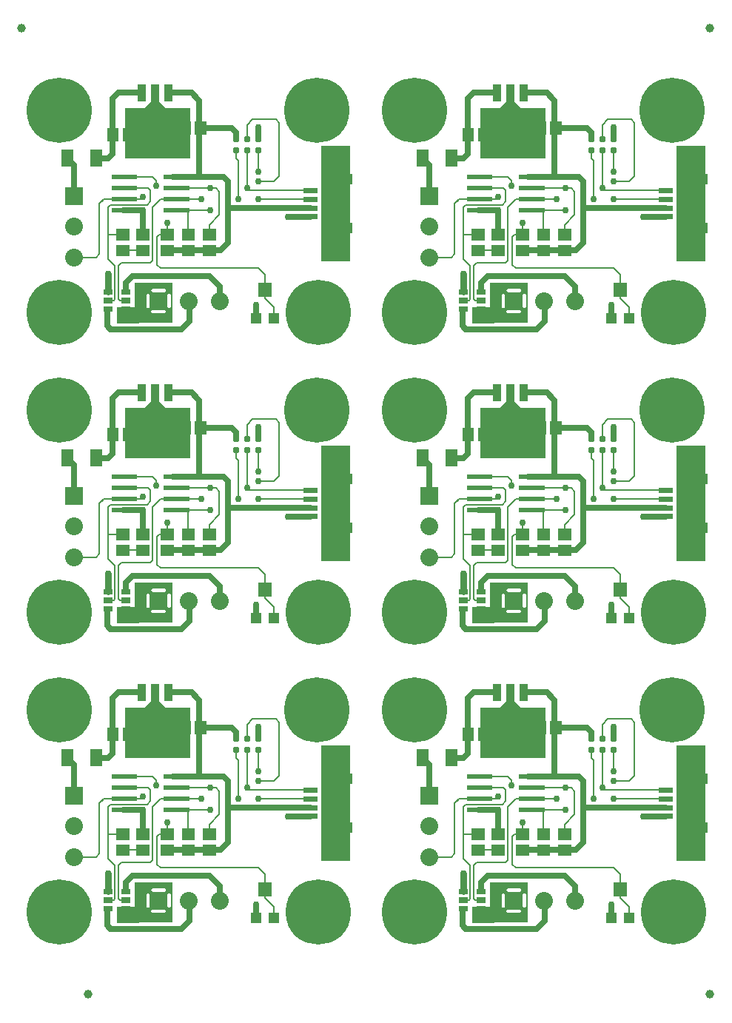
<source format=gbr>
G04 start of page 2 for group 0 idx 0 *
G04 Title: (unknown), top *
G04 Creator: pcb 4.0.2 *
G04 CreationDate: Sun Oct 16 03:50:19 2022 UTC *
G04 For: ndholmes *
G04 Format: Gerber/RS-274X *
G04 PCB-Dimensions (mil): 3900.00 4750.00 *
G04 PCB-Coordinate-Origin: lower left *
%MOIN*%
%FSLAX25Y25*%
%LNTOP*%
%ADD23C,0.0390*%
%ADD22C,0.0472*%
%ADD21C,0.1285*%
%ADD20C,0.0150*%
%ADD19C,0.0140*%
%ADD18C,0.0310*%
%ADD17C,0.0394*%
%ADD16C,0.0800*%
%ADD15C,0.2937*%
%ADD14C,0.0300*%
%ADD13C,0.0080*%
%ADD12C,0.0250*%
%ADD11C,0.0001*%
G54D11*G36*
X86500Y419000D02*X116000D01*
Y408000D01*
X86500D01*
Y419000D01*
G37*
G36*
Y407500D02*X116000D01*
Y396500D01*
X86500D01*
Y407500D01*
G37*
G36*
Y409500D02*X116000D01*
Y398500D01*
X86500D01*
Y409500D01*
G37*
G36*
X83000Y329500D02*X93000D01*
Y322000D01*
X83000D01*
Y329500D01*
G37*
G36*
X106305Y340500D02*X108000D01*
Y322500D01*
X106305D01*
Y328921D01*
X106423Y328930D01*
X106537Y328958D01*
X106647Y329003D01*
X106747Y329064D01*
X106837Y329141D01*
X106914Y329231D01*
X106975Y329331D01*
X107020Y329441D01*
X107048Y329555D01*
X107055Y329673D01*
Y334673D01*
X107048Y334791D01*
X107020Y334905D01*
X106975Y335015D01*
X106914Y335115D01*
X106837Y335205D01*
X106747Y335282D01*
X106647Y335343D01*
X106537Y335388D01*
X106423Y335416D01*
X106305Y335425D01*
Y340500D01*
G37*
G36*
X101555D02*X106305D01*
Y335425D01*
X106187Y335416D01*
X106073Y335388D01*
X105963Y335343D01*
X105863Y335282D01*
X105773Y335205D01*
X105696Y335115D01*
X105635Y335015D01*
X105590Y334905D01*
X105562Y334791D01*
X105555Y334673D01*
Y329673D01*
X105562Y329555D01*
X105590Y329441D01*
X105635Y329331D01*
X105696Y329231D01*
X105773Y329141D01*
X105863Y329064D01*
X105963Y329003D01*
X106073Y328958D01*
X106187Y328930D01*
X106305Y328921D01*
Y322500D01*
X101555D01*
Y326673D01*
X104055D01*
X104173Y326680D01*
X104287Y326708D01*
X104397Y326753D01*
X104497Y326814D01*
X104587Y326891D01*
X104664Y326981D01*
X104725Y327081D01*
X104770Y327191D01*
X104798Y327305D01*
X104807Y327423D01*
X104798Y327541D01*
X104770Y327655D01*
X104725Y327765D01*
X104664Y327865D01*
X104587Y327955D01*
X104497Y328032D01*
X104397Y328093D01*
X104287Y328138D01*
X104173Y328166D01*
X104055Y328173D01*
X101555D01*
Y336173D01*
X104055D01*
X104173Y336180D01*
X104287Y336208D01*
X104397Y336253D01*
X104497Y336314D01*
X104587Y336391D01*
X104664Y336481D01*
X104725Y336581D01*
X104770Y336691D01*
X104798Y336805D01*
X104807Y336923D01*
X104798Y337041D01*
X104770Y337155D01*
X104725Y337265D01*
X104664Y337365D01*
X104587Y337455D01*
X104497Y337532D01*
X104397Y337593D01*
X104287Y337638D01*
X104173Y337666D01*
X104055Y337673D01*
X101555D01*
Y340500D01*
G37*
G36*
X96805D02*X101555D01*
Y337673D01*
X99055D01*
X98937Y337666D01*
X98823Y337638D01*
X98713Y337593D01*
X98613Y337532D01*
X98523Y337455D01*
X98446Y337365D01*
X98385Y337265D01*
X98340Y337155D01*
X98312Y337041D01*
X98303Y336923D01*
X98312Y336805D01*
X98340Y336691D01*
X98385Y336581D01*
X98446Y336481D01*
X98523Y336391D01*
X98613Y336314D01*
X98713Y336253D01*
X98823Y336208D01*
X98937Y336180D01*
X99055Y336173D01*
X101555D01*
Y328173D01*
X99055D01*
X98937Y328166D01*
X98823Y328138D01*
X98713Y328093D01*
X98613Y328032D01*
X98523Y327955D01*
X98446Y327865D01*
X98385Y327765D01*
X98340Y327655D01*
X98312Y327541D01*
X98303Y327423D01*
X98312Y327305D01*
X98340Y327191D01*
X98385Y327081D01*
X98446Y326981D01*
X98523Y326891D01*
X98613Y326814D01*
X98713Y326753D01*
X98823Y326708D01*
X98937Y326680D01*
X99055Y326673D01*
X101555D01*
Y322500D01*
X96805D01*
Y328921D01*
X96923Y328930D01*
X97037Y328958D01*
X97147Y329003D01*
X97247Y329064D01*
X97337Y329141D01*
X97414Y329231D01*
X97475Y329331D01*
X97520Y329441D01*
X97548Y329555D01*
X97555Y329673D01*
Y334673D01*
X97548Y334791D01*
X97520Y334905D01*
X97475Y335015D01*
X97414Y335115D01*
X97337Y335205D01*
X97247Y335282D01*
X97147Y335343D01*
X97037Y335388D01*
X96923Y335416D01*
X96805Y335425D01*
Y340500D01*
G37*
G36*
X91000Y322500D02*Y340500D01*
X96805D01*
Y335425D01*
X96687Y335416D01*
X96573Y335388D01*
X96463Y335343D01*
X96363Y335282D01*
X96273Y335205D01*
X96196Y335115D01*
X96135Y335015D01*
X96090Y334905D01*
X96062Y334791D01*
X96055Y334673D01*
Y329673D01*
X96062Y329555D01*
X96090Y329441D01*
X96135Y329331D01*
X96196Y329231D01*
X96273Y329141D01*
X96363Y329064D01*
X96463Y329003D01*
X96573Y328958D01*
X96687Y328930D01*
X96805Y328921D01*
Y322500D01*
X91000D01*
G37*
G36*
X86500Y284000D02*X116000D01*
Y273000D01*
X86500D01*
Y284000D01*
G37*
G36*
Y272500D02*X116000D01*
Y261500D01*
X86500D01*
Y272500D01*
G37*
G36*
Y274500D02*X116000D01*
Y263500D01*
X86500D01*
Y274500D01*
G37*
G36*
X83000Y194500D02*X93000D01*
Y187000D01*
X83000D01*
Y194500D01*
G37*
G36*
Y59500D02*X93000D01*
Y52000D01*
X83000D01*
Y59500D01*
G37*
G36*
X106305Y70500D02*X108000D01*
Y52500D01*
X106305D01*
Y58921D01*
X106423Y58930D01*
X106537Y58958D01*
X106647Y59003D01*
X106747Y59064D01*
X106837Y59141D01*
X106914Y59231D01*
X106975Y59331D01*
X107020Y59441D01*
X107048Y59555D01*
X107055Y59673D01*
Y64673D01*
X107048Y64791D01*
X107020Y64905D01*
X106975Y65015D01*
X106914Y65115D01*
X106837Y65205D01*
X106747Y65282D01*
X106647Y65343D01*
X106537Y65388D01*
X106423Y65416D01*
X106305Y65425D01*
Y70500D01*
G37*
G36*
X101555D02*X106305D01*
Y65425D01*
X106187Y65416D01*
X106073Y65388D01*
X105963Y65343D01*
X105863Y65282D01*
X105773Y65205D01*
X105696Y65115D01*
X105635Y65015D01*
X105590Y64905D01*
X105562Y64791D01*
X105555Y64673D01*
Y59673D01*
X105562Y59555D01*
X105590Y59441D01*
X105635Y59331D01*
X105696Y59231D01*
X105773Y59141D01*
X105863Y59064D01*
X105963Y59003D01*
X106073Y58958D01*
X106187Y58930D01*
X106305Y58921D01*
Y52500D01*
X101555D01*
Y56673D01*
X104055D01*
X104173Y56680D01*
X104287Y56708D01*
X104397Y56753D01*
X104497Y56814D01*
X104587Y56891D01*
X104664Y56981D01*
X104725Y57081D01*
X104770Y57191D01*
X104798Y57305D01*
X104807Y57423D01*
X104798Y57541D01*
X104770Y57655D01*
X104725Y57765D01*
X104664Y57865D01*
X104587Y57955D01*
X104497Y58032D01*
X104397Y58093D01*
X104287Y58138D01*
X104173Y58166D01*
X104055Y58173D01*
X101555D01*
Y66173D01*
X104055D01*
X104173Y66180D01*
X104287Y66208D01*
X104397Y66253D01*
X104497Y66314D01*
X104587Y66391D01*
X104664Y66481D01*
X104725Y66581D01*
X104770Y66691D01*
X104798Y66805D01*
X104807Y66923D01*
X104798Y67041D01*
X104770Y67155D01*
X104725Y67265D01*
X104664Y67365D01*
X104587Y67455D01*
X104497Y67532D01*
X104397Y67593D01*
X104287Y67638D01*
X104173Y67666D01*
X104055Y67673D01*
X101555D01*
Y70500D01*
G37*
G36*
X96805D02*X101555D01*
Y67673D01*
X99055D01*
X98937Y67666D01*
X98823Y67638D01*
X98713Y67593D01*
X98613Y67532D01*
X98523Y67455D01*
X98446Y67365D01*
X98385Y67265D01*
X98340Y67155D01*
X98312Y67041D01*
X98303Y66923D01*
X98312Y66805D01*
X98340Y66691D01*
X98385Y66581D01*
X98446Y66481D01*
X98523Y66391D01*
X98613Y66314D01*
X98713Y66253D01*
X98823Y66208D01*
X98937Y66180D01*
X99055Y66173D01*
X101555D01*
Y58173D01*
X99055D01*
X98937Y58166D01*
X98823Y58138D01*
X98713Y58093D01*
X98613Y58032D01*
X98523Y57955D01*
X98446Y57865D01*
X98385Y57765D01*
X98340Y57655D01*
X98312Y57541D01*
X98303Y57423D01*
X98312Y57305D01*
X98340Y57191D01*
X98385Y57081D01*
X98446Y56981D01*
X98523Y56891D01*
X98613Y56814D01*
X98713Y56753D01*
X98823Y56708D01*
X98937Y56680D01*
X99055Y56673D01*
X101555D01*
Y52500D01*
X96805D01*
Y58921D01*
X96923Y58930D01*
X97037Y58958D01*
X97147Y59003D01*
X97247Y59064D01*
X97337Y59141D01*
X97414Y59231D01*
X97475Y59331D01*
X97520Y59441D01*
X97548Y59555D01*
X97555Y59673D01*
Y64673D01*
X97548Y64791D01*
X97520Y64905D01*
X97475Y65015D01*
X97414Y65115D01*
X97337Y65205D01*
X97247Y65282D01*
X97147Y65343D01*
X97037Y65388D01*
X96923Y65416D01*
X96805Y65425D01*
Y70500D01*
G37*
G36*
X91000Y52500D02*Y70500D01*
X96805D01*
Y65425D01*
X96687Y65416D01*
X96573Y65388D01*
X96463Y65343D01*
X96363Y65282D01*
X96273Y65205D01*
X96196Y65115D01*
X96135Y65015D01*
X96090Y64905D01*
X96062Y64791D01*
X96055Y64673D01*
Y59673D01*
X96062Y59555D01*
X96090Y59441D01*
X96135Y59331D01*
X96196Y59231D01*
X96273Y59141D01*
X96363Y59064D01*
X96463Y59003D01*
X96573Y58958D01*
X96687Y58930D01*
X96805Y58921D01*
Y52500D01*
X91000D01*
G37*
G36*
X106305Y205500D02*X108000D01*
Y187500D01*
X106305D01*
Y193921D01*
X106423Y193930D01*
X106537Y193958D01*
X106647Y194003D01*
X106747Y194064D01*
X106837Y194141D01*
X106914Y194231D01*
X106975Y194331D01*
X107020Y194441D01*
X107048Y194555D01*
X107055Y194673D01*
Y199673D01*
X107048Y199791D01*
X107020Y199905D01*
X106975Y200015D01*
X106914Y200115D01*
X106837Y200205D01*
X106747Y200282D01*
X106647Y200343D01*
X106537Y200388D01*
X106423Y200416D01*
X106305Y200425D01*
Y205500D01*
G37*
G36*
X101555D02*X106305D01*
Y200425D01*
X106187Y200416D01*
X106073Y200388D01*
X105963Y200343D01*
X105863Y200282D01*
X105773Y200205D01*
X105696Y200115D01*
X105635Y200015D01*
X105590Y199905D01*
X105562Y199791D01*
X105555Y199673D01*
Y194673D01*
X105562Y194555D01*
X105590Y194441D01*
X105635Y194331D01*
X105696Y194231D01*
X105773Y194141D01*
X105863Y194064D01*
X105963Y194003D01*
X106073Y193958D01*
X106187Y193930D01*
X106305Y193921D01*
Y187500D01*
X101555D01*
Y191673D01*
X104055D01*
X104173Y191680D01*
X104287Y191708D01*
X104397Y191753D01*
X104497Y191814D01*
X104587Y191891D01*
X104664Y191981D01*
X104725Y192081D01*
X104770Y192191D01*
X104798Y192305D01*
X104807Y192423D01*
X104798Y192541D01*
X104770Y192655D01*
X104725Y192765D01*
X104664Y192865D01*
X104587Y192955D01*
X104497Y193032D01*
X104397Y193093D01*
X104287Y193138D01*
X104173Y193166D01*
X104055Y193173D01*
X101555D01*
Y201173D01*
X104055D01*
X104173Y201180D01*
X104287Y201208D01*
X104397Y201253D01*
X104497Y201314D01*
X104587Y201391D01*
X104664Y201481D01*
X104725Y201581D01*
X104770Y201691D01*
X104798Y201805D01*
X104807Y201923D01*
X104798Y202041D01*
X104770Y202155D01*
X104725Y202265D01*
X104664Y202365D01*
X104587Y202455D01*
X104497Y202532D01*
X104397Y202593D01*
X104287Y202638D01*
X104173Y202666D01*
X104055Y202673D01*
X101555D01*
Y205500D01*
G37*
G36*
X96805D02*X101555D01*
Y202673D01*
X99055D01*
X98937Y202666D01*
X98823Y202638D01*
X98713Y202593D01*
X98613Y202532D01*
X98523Y202455D01*
X98446Y202365D01*
X98385Y202265D01*
X98340Y202155D01*
X98312Y202041D01*
X98303Y201923D01*
X98312Y201805D01*
X98340Y201691D01*
X98385Y201581D01*
X98446Y201481D01*
X98523Y201391D01*
X98613Y201314D01*
X98713Y201253D01*
X98823Y201208D01*
X98937Y201180D01*
X99055Y201173D01*
X101555D01*
Y193173D01*
X99055D01*
X98937Y193166D01*
X98823Y193138D01*
X98713Y193093D01*
X98613Y193032D01*
X98523Y192955D01*
X98446Y192865D01*
X98385Y192765D01*
X98340Y192655D01*
X98312Y192541D01*
X98303Y192423D01*
X98312Y192305D01*
X98340Y192191D01*
X98385Y192081D01*
X98446Y191981D01*
X98523Y191891D01*
X98613Y191814D01*
X98713Y191753D01*
X98823Y191708D01*
X98937Y191680D01*
X99055Y191673D01*
X101555D01*
Y187500D01*
X96805D01*
Y193921D01*
X96923Y193930D01*
X97037Y193958D01*
X97147Y194003D01*
X97247Y194064D01*
X97337Y194141D01*
X97414Y194231D01*
X97475Y194331D01*
X97520Y194441D01*
X97548Y194555D01*
X97555Y194673D01*
Y199673D01*
X97548Y199791D01*
X97520Y199905D01*
X97475Y200015D01*
X97414Y200115D01*
X97337Y200205D01*
X97247Y200282D01*
X97147Y200343D01*
X97037Y200388D01*
X96923Y200416D01*
X96805Y200425D01*
Y205500D01*
G37*
G36*
X91000Y187500D02*Y205500D01*
X96805D01*
Y200425D01*
X96687Y200416D01*
X96573Y200388D01*
X96463Y200343D01*
X96363Y200282D01*
X96273Y200205D01*
X96196Y200115D01*
X96135Y200015D01*
X96090Y199905D01*
X96062Y199791D01*
X96055Y199673D01*
Y194673D01*
X96062Y194555D01*
X96090Y194441D01*
X96135Y194331D01*
X96196Y194231D01*
X96273Y194141D01*
X96363Y194064D01*
X96463Y194003D01*
X96573Y193958D01*
X96687Y193930D01*
X96805Y193921D01*
Y187500D01*
X91000D01*
G37*
G36*
X86500Y149000D02*X116000D01*
Y138000D01*
X86500D01*
Y149000D01*
G37*
G36*
Y137500D02*X116000D01*
Y126500D01*
X86500D01*
Y137500D01*
G37*
G36*
Y139500D02*X116000D01*
Y128500D01*
X86500D01*
Y139500D01*
G37*
G36*
X188000Y402000D02*Y350000D01*
X175000D01*
Y402000D01*
X188000D01*
G37*
G36*
X246500Y419000D02*X276000D01*
Y408000D01*
X246500D01*
Y419000D01*
G37*
G36*
Y407500D02*X276000D01*
Y396500D01*
X246500D01*
Y407500D01*
G37*
G36*
Y409500D02*X276000D01*
Y398500D01*
X246500D01*
Y409500D01*
G37*
G36*
X243000Y329500D02*X253000D01*
Y322000D01*
X243000D01*
Y329500D01*
G37*
G36*
Y194500D02*X253000D01*
Y187000D01*
X243000D01*
Y194500D01*
G37*
G36*
X266305Y205500D02*X268000D01*
Y187500D01*
X266305D01*
Y193921D01*
X266423Y193930D01*
X266537Y193958D01*
X266647Y194003D01*
X266747Y194064D01*
X266837Y194141D01*
X266914Y194231D01*
X266975Y194331D01*
X267020Y194441D01*
X267048Y194555D01*
X267055Y194673D01*
Y199673D01*
X267048Y199791D01*
X267020Y199905D01*
X266975Y200015D01*
X266914Y200115D01*
X266837Y200205D01*
X266747Y200282D01*
X266647Y200343D01*
X266537Y200388D01*
X266423Y200416D01*
X266305Y200425D01*
Y205500D01*
G37*
G36*
X261555D02*X266305D01*
Y200425D01*
X266187Y200416D01*
X266073Y200388D01*
X265963Y200343D01*
X265863Y200282D01*
X265773Y200205D01*
X265696Y200115D01*
X265635Y200015D01*
X265590Y199905D01*
X265562Y199791D01*
X265555Y199673D01*
Y194673D01*
X265562Y194555D01*
X265590Y194441D01*
X265635Y194331D01*
X265696Y194231D01*
X265773Y194141D01*
X265863Y194064D01*
X265963Y194003D01*
X266073Y193958D01*
X266187Y193930D01*
X266305Y193921D01*
Y187500D01*
X261555D01*
Y191673D01*
X264055D01*
X264173Y191680D01*
X264287Y191708D01*
X264397Y191753D01*
X264497Y191814D01*
X264587Y191891D01*
X264664Y191981D01*
X264725Y192081D01*
X264770Y192191D01*
X264798Y192305D01*
X264807Y192423D01*
X264798Y192541D01*
X264770Y192655D01*
X264725Y192765D01*
X264664Y192865D01*
X264587Y192955D01*
X264497Y193032D01*
X264397Y193093D01*
X264287Y193138D01*
X264173Y193166D01*
X264055Y193173D01*
X261555D01*
Y201173D01*
X264055D01*
X264173Y201180D01*
X264287Y201208D01*
X264397Y201253D01*
X264497Y201314D01*
X264587Y201391D01*
X264664Y201481D01*
X264725Y201581D01*
X264770Y201691D01*
X264798Y201805D01*
X264807Y201923D01*
X264798Y202041D01*
X264770Y202155D01*
X264725Y202265D01*
X264664Y202365D01*
X264587Y202455D01*
X264497Y202532D01*
X264397Y202593D01*
X264287Y202638D01*
X264173Y202666D01*
X264055Y202673D01*
X261555D01*
Y205500D01*
G37*
G36*
X256805D02*X261555D01*
Y202673D01*
X259055D01*
X258937Y202666D01*
X258823Y202638D01*
X258713Y202593D01*
X258613Y202532D01*
X258523Y202455D01*
X258446Y202365D01*
X258385Y202265D01*
X258340Y202155D01*
X258312Y202041D01*
X258303Y201923D01*
X258312Y201805D01*
X258340Y201691D01*
X258385Y201581D01*
X258446Y201481D01*
X258523Y201391D01*
X258613Y201314D01*
X258713Y201253D01*
X258823Y201208D01*
X258937Y201180D01*
X259055Y201173D01*
X261555D01*
Y193173D01*
X259055D01*
X258937Y193166D01*
X258823Y193138D01*
X258713Y193093D01*
X258613Y193032D01*
X258523Y192955D01*
X258446Y192865D01*
X258385Y192765D01*
X258340Y192655D01*
X258312Y192541D01*
X258303Y192423D01*
X258312Y192305D01*
X258340Y192191D01*
X258385Y192081D01*
X258446Y191981D01*
X258523Y191891D01*
X258613Y191814D01*
X258713Y191753D01*
X258823Y191708D01*
X258937Y191680D01*
X259055Y191673D01*
X261555D01*
Y187500D01*
X256805D01*
Y193921D01*
X256923Y193930D01*
X257037Y193958D01*
X257147Y194003D01*
X257247Y194064D01*
X257337Y194141D01*
X257414Y194231D01*
X257475Y194331D01*
X257520Y194441D01*
X257548Y194555D01*
X257555Y194673D01*
Y199673D01*
X257548Y199791D01*
X257520Y199905D01*
X257475Y200015D01*
X257414Y200115D01*
X257337Y200205D01*
X257247Y200282D01*
X257147Y200343D01*
X257037Y200388D01*
X256923Y200416D01*
X256805Y200425D01*
Y205500D01*
G37*
G36*
X251000Y187500D02*Y205500D01*
X256805D01*
Y200425D01*
X256687Y200416D01*
X256573Y200388D01*
X256463Y200343D01*
X256363Y200282D01*
X256273Y200205D01*
X256196Y200115D01*
X256135Y200015D01*
X256090Y199905D01*
X256062Y199791D01*
X256055Y199673D01*
Y194673D01*
X256062Y194555D01*
X256090Y194441D01*
X256135Y194331D01*
X256196Y194231D01*
X256273Y194141D01*
X256363Y194064D01*
X256463Y194003D01*
X256573Y193958D01*
X256687Y193930D01*
X256805Y193921D01*
Y187500D01*
X251000D01*
G37*
G36*
X266305Y340500D02*X268000D01*
Y322500D01*
X266305D01*
Y328921D01*
X266423Y328930D01*
X266537Y328958D01*
X266647Y329003D01*
X266747Y329064D01*
X266837Y329141D01*
X266914Y329231D01*
X266975Y329331D01*
X267020Y329441D01*
X267048Y329555D01*
X267055Y329673D01*
Y334673D01*
X267048Y334791D01*
X267020Y334905D01*
X266975Y335015D01*
X266914Y335115D01*
X266837Y335205D01*
X266747Y335282D01*
X266647Y335343D01*
X266537Y335388D01*
X266423Y335416D01*
X266305Y335425D01*
Y340500D01*
G37*
G36*
X261555D02*X266305D01*
Y335425D01*
X266187Y335416D01*
X266073Y335388D01*
X265963Y335343D01*
X265863Y335282D01*
X265773Y335205D01*
X265696Y335115D01*
X265635Y335015D01*
X265590Y334905D01*
X265562Y334791D01*
X265555Y334673D01*
Y329673D01*
X265562Y329555D01*
X265590Y329441D01*
X265635Y329331D01*
X265696Y329231D01*
X265773Y329141D01*
X265863Y329064D01*
X265963Y329003D01*
X266073Y328958D01*
X266187Y328930D01*
X266305Y328921D01*
Y322500D01*
X261555D01*
Y326673D01*
X264055D01*
X264173Y326680D01*
X264287Y326708D01*
X264397Y326753D01*
X264497Y326814D01*
X264587Y326891D01*
X264664Y326981D01*
X264725Y327081D01*
X264770Y327191D01*
X264798Y327305D01*
X264807Y327423D01*
X264798Y327541D01*
X264770Y327655D01*
X264725Y327765D01*
X264664Y327865D01*
X264587Y327955D01*
X264497Y328032D01*
X264397Y328093D01*
X264287Y328138D01*
X264173Y328166D01*
X264055Y328173D01*
X261555D01*
Y336173D01*
X264055D01*
X264173Y336180D01*
X264287Y336208D01*
X264397Y336253D01*
X264497Y336314D01*
X264587Y336391D01*
X264664Y336481D01*
X264725Y336581D01*
X264770Y336691D01*
X264798Y336805D01*
X264807Y336923D01*
X264798Y337041D01*
X264770Y337155D01*
X264725Y337265D01*
X264664Y337365D01*
X264587Y337455D01*
X264497Y337532D01*
X264397Y337593D01*
X264287Y337638D01*
X264173Y337666D01*
X264055Y337673D01*
X261555D01*
Y340500D01*
G37*
G36*
X256805D02*X261555D01*
Y337673D01*
X259055D01*
X258937Y337666D01*
X258823Y337638D01*
X258713Y337593D01*
X258613Y337532D01*
X258523Y337455D01*
X258446Y337365D01*
X258385Y337265D01*
X258340Y337155D01*
X258312Y337041D01*
X258303Y336923D01*
X258312Y336805D01*
X258340Y336691D01*
X258385Y336581D01*
X258446Y336481D01*
X258523Y336391D01*
X258613Y336314D01*
X258713Y336253D01*
X258823Y336208D01*
X258937Y336180D01*
X259055Y336173D01*
X261555D01*
Y328173D01*
X259055D01*
X258937Y328166D01*
X258823Y328138D01*
X258713Y328093D01*
X258613Y328032D01*
X258523Y327955D01*
X258446Y327865D01*
X258385Y327765D01*
X258340Y327655D01*
X258312Y327541D01*
X258303Y327423D01*
X258312Y327305D01*
X258340Y327191D01*
X258385Y327081D01*
X258446Y326981D01*
X258523Y326891D01*
X258613Y326814D01*
X258713Y326753D01*
X258823Y326708D01*
X258937Y326680D01*
X259055Y326673D01*
X261555D01*
Y322500D01*
X256805D01*
Y328921D01*
X256923Y328930D01*
X257037Y328958D01*
X257147Y329003D01*
X257247Y329064D01*
X257337Y329141D01*
X257414Y329231D01*
X257475Y329331D01*
X257520Y329441D01*
X257548Y329555D01*
X257555Y329673D01*
Y334673D01*
X257548Y334791D01*
X257520Y334905D01*
X257475Y335015D01*
X257414Y335115D01*
X257337Y335205D01*
X257247Y335282D01*
X257147Y335343D01*
X257037Y335388D01*
X256923Y335416D01*
X256805Y335425D01*
Y340500D01*
G37*
G36*
X251000Y322500D02*Y340500D01*
X256805D01*
Y335425D01*
X256687Y335416D01*
X256573Y335388D01*
X256463Y335343D01*
X256363Y335282D01*
X256273Y335205D01*
X256196Y335115D01*
X256135Y335015D01*
X256090Y334905D01*
X256062Y334791D01*
X256055Y334673D01*
Y329673D01*
X256062Y329555D01*
X256090Y329441D01*
X256135Y329331D01*
X256196Y329231D01*
X256273Y329141D01*
X256363Y329064D01*
X256463Y329003D01*
X256573Y328958D01*
X256687Y328930D01*
X256805Y328921D01*
Y322500D01*
X251000D01*
G37*
G36*
X348000Y402000D02*Y350000D01*
X335000D01*
Y402000D01*
X348000D01*
G37*
G36*
Y267000D02*Y215000D01*
X335000D01*
Y267000D01*
X348000D01*
G37*
G36*
X246500Y284000D02*X276000D01*
Y273000D01*
X246500D01*
Y284000D01*
G37*
G36*
Y272500D02*X276000D01*
Y261500D01*
X246500D01*
Y272500D01*
G37*
G36*
Y274500D02*X276000D01*
Y263500D01*
X246500D01*
Y274500D01*
G37*
G36*
X188000Y267000D02*Y215000D01*
X175000D01*
Y267000D01*
X188000D01*
G37*
G36*
Y132000D02*Y80000D01*
X175000D01*
Y132000D01*
X188000D01*
G37*
G36*
X246500Y149000D02*X276000D01*
Y138000D01*
X246500D01*
Y149000D01*
G37*
G36*
Y137500D02*X276000D01*
Y126500D01*
X246500D01*
Y137500D01*
G37*
G36*
Y139500D02*X276000D01*
Y128500D01*
X246500D01*
Y139500D01*
G37*
G36*
X243000Y59500D02*X253000D01*
Y52000D01*
X243000D01*
Y59500D01*
G37*
G36*
X266305Y70500D02*X268000D01*
Y52500D01*
X266305D01*
Y58921D01*
X266423Y58930D01*
X266537Y58958D01*
X266647Y59003D01*
X266747Y59064D01*
X266837Y59141D01*
X266914Y59231D01*
X266975Y59331D01*
X267020Y59441D01*
X267048Y59555D01*
X267055Y59673D01*
Y64673D01*
X267048Y64791D01*
X267020Y64905D01*
X266975Y65015D01*
X266914Y65115D01*
X266837Y65205D01*
X266747Y65282D01*
X266647Y65343D01*
X266537Y65388D01*
X266423Y65416D01*
X266305Y65425D01*
Y70500D01*
G37*
G36*
X261555D02*X266305D01*
Y65425D01*
X266187Y65416D01*
X266073Y65388D01*
X265963Y65343D01*
X265863Y65282D01*
X265773Y65205D01*
X265696Y65115D01*
X265635Y65015D01*
X265590Y64905D01*
X265562Y64791D01*
X265555Y64673D01*
Y59673D01*
X265562Y59555D01*
X265590Y59441D01*
X265635Y59331D01*
X265696Y59231D01*
X265773Y59141D01*
X265863Y59064D01*
X265963Y59003D01*
X266073Y58958D01*
X266187Y58930D01*
X266305Y58921D01*
Y52500D01*
X261555D01*
Y56673D01*
X264055D01*
X264173Y56680D01*
X264287Y56708D01*
X264397Y56753D01*
X264497Y56814D01*
X264587Y56891D01*
X264664Y56981D01*
X264725Y57081D01*
X264770Y57191D01*
X264798Y57305D01*
X264807Y57423D01*
X264798Y57541D01*
X264770Y57655D01*
X264725Y57765D01*
X264664Y57865D01*
X264587Y57955D01*
X264497Y58032D01*
X264397Y58093D01*
X264287Y58138D01*
X264173Y58166D01*
X264055Y58173D01*
X261555D01*
Y66173D01*
X264055D01*
X264173Y66180D01*
X264287Y66208D01*
X264397Y66253D01*
X264497Y66314D01*
X264587Y66391D01*
X264664Y66481D01*
X264725Y66581D01*
X264770Y66691D01*
X264798Y66805D01*
X264807Y66923D01*
X264798Y67041D01*
X264770Y67155D01*
X264725Y67265D01*
X264664Y67365D01*
X264587Y67455D01*
X264497Y67532D01*
X264397Y67593D01*
X264287Y67638D01*
X264173Y67666D01*
X264055Y67673D01*
X261555D01*
Y70500D01*
G37*
G36*
X256805D02*X261555D01*
Y67673D01*
X259055D01*
X258937Y67666D01*
X258823Y67638D01*
X258713Y67593D01*
X258613Y67532D01*
X258523Y67455D01*
X258446Y67365D01*
X258385Y67265D01*
X258340Y67155D01*
X258312Y67041D01*
X258303Y66923D01*
X258312Y66805D01*
X258340Y66691D01*
X258385Y66581D01*
X258446Y66481D01*
X258523Y66391D01*
X258613Y66314D01*
X258713Y66253D01*
X258823Y66208D01*
X258937Y66180D01*
X259055Y66173D01*
X261555D01*
Y58173D01*
X259055D01*
X258937Y58166D01*
X258823Y58138D01*
X258713Y58093D01*
X258613Y58032D01*
X258523Y57955D01*
X258446Y57865D01*
X258385Y57765D01*
X258340Y57655D01*
X258312Y57541D01*
X258303Y57423D01*
X258312Y57305D01*
X258340Y57191D01*
X258385Y57081D01*
X258446Y56981D01*
X258523Y56891D01*
X258613Y56814D01*
X258713Y56753D01*
X258823Y56708D01*
X258937Y56680D01*
X259055Y56673D01*
X261555D01*
Y52500D01*
X256805D01*
Y58921D01*
X256923Y58930D01*
X257037Y58958D01*
X257147Y59003D01*
X257247Y59064D01*
X257337Y59141D01*
X257414Y59231D01*
X257475Y59331D01*
X257520Y59441D01*
X257548Y59555D01*
X257555Y59673D01*
Y64673D01*
X257548Y64791D01*
X257520Y64905D01*
X257475Y65015D01*
X257414Y65115D01*
X257337Y65205D01*
X257247Y65282D01*
X257147Y65343D01*
X257037Y65388D01*
X256923Y65416D01*
X256805Y65425D01*
Y70500D01*
G37*
G36*
X251000Y52500D02*Y70500D01*
X256805D01*
Y65425D01*
X256687Y65416D01*
X256573Y65388D01*
X256463Y65343D01*
X256363Y65282D01*
X256273Y65205D01*
X256196Y65115D01*
X256135Y65015D01*
X256090Y64905D01*
X256062Y64791D01*
X256055Y64673D01*
Y59673D01*
X256062Y59555D01*
X256090Y59441D01*
X256135Y59331D01*
X256196Y59231D01*
X256273Y59141D01*
X256363Y59064D01*
X256463Y59003D01*
X256573Y58958D01*
X256687Y58930D01*
X256805Y58921D01*
Y52500D01*
X251000D01*
G37*
G36*
X348000Y132000D02*Y80000D01*
X335000D01*
Y132000D01*
X348000D01*
G37*
G54D12*X254000Y426000D02*X243500D01*
X241000Y423500D01*
Y398500D01*
X239000Y396500D01*
X233500D01*
X223673Y379445D02*Y393327D01*
X220500Y396500D01*
G54D13*X252000Y375500D02*X240000D01*
X239000Y374500D01*
Y369500D01*
X247000Y378000D02*X237000D01*
X235000Y376000D01*
X236500Y377500D01*
X245500Y355000D02*X254500D01*
X239000Y370500D02*Y351000D01*
X233356Y351856D02*X235000Y353500D01*
Y376000D01*
X246500Y378000D02*X253500D01*
X254500Y379000D01*
X247750Y253000D02*X254000D01*
X252500Y248000D02*X247750D01*
G54D12*X254000Y291000D02*X243500D01*
X241000Y288500D01*
Y263500D01*
X239000Y261500D01*
X233500D01*
G54D13*X252000Y240500D02*X240000D01*
X247000Y243000D02*X237000D01*
X235000Y241000D01*
X236500Y242500D01*
X246500Y243000D02*X253500D01*
X254500Y244000D01*
X240000Y240500D02*X239000Y239500D01*
Y234500D01*
Y227000D02*X245500D01*
X239000Y235500D02*Y216000D01*
X235000Y218500D02*Y241000D01*
G54D12*X238500Y328500D02*Y321000D01*
X240000Y319500D01*
X247000Y336300D02*Y340500D01*
G54D13*X238700Y332500D02*X238800Y332400D01*
X247000D02*X244100D01*
X243500Y333000D01*
Y338000D01*
X239000Y332500D02*X241500D01*
X242000Y333000D01*
X309501Y337250D02*Y333500D01*
X313500Y329500D01*
Y324549D01*
X313401Y324450D01*
G54D12*X305599D02*Y330401D01*
X305500Y330500D01*
X240000Y319500D02*X272000D01*
X275500Y323000D01*
Y332008D01*
X275335Y332173D01*
X289114D02*Y338886D01*
G54D13*X243500Y336500D02*Y340500D01*
G54D14*X239000Y344500D02*Y336500D01*
G54D13*X242000Y333000D02*Y345500D01*
Y348000D02*Y343000D01*
X243500Y339500D02*Y348000D01*
X239000Y351000D02*X242000Y348000D01*
X239000Y362000D02*X245500D01*
X243500Y348000D02*X245000Y349500D01*
G54D12*X247000Y340500D02*X250000Y343500D01*
G54D13*X269500Y347000D02*X262500D01*
X261000Y348500D01*
G54D12*X293000Y358500D02*X289500Y355000D01*
X289457Y354957D02*X291250Y356750D01*
X265500Y354957D02*X289457D01*
G54D13*X261000Y348500D02*Y359000D01*
Y356500D02*Y361000D01*
X262000Y362000D01*
X265457D01*
G54D12*X250000Y343500D02*X284500D01*
G54D13*X245000Y349500D02*X258000D01*
X259000Y350500D01*
X268500Y372750D02*X268250Y373000D01*
G54D12*X246000D02*X254500D01*
G54D13*X259000Y374500D02*X262500Y378000D01*
X258000Y377000D02*X256500Y375500D01*
X250000D01*
X252500Y383000D02*X247750D01*
G54D12*X254500Y373000D02*Y362000D01*
G54D13*X259000Y350500D02*Y374500D01*
X251500Y383000D02*X257000D01*
X258000Y382000D01*
Y377000D01*
X275000Y362043D02*Y373000D01*
X265457Y362000D02*X265500Y362043D01*
Y367500D01*
X281000Y378000D02*X262500D01*
X284500Y366500D02*Y362043D01*
X311000Y378000D02*X330000D01*
G54D12*X315000Y374000D02*X296000D01*
X330000D02*X309500D01*
X330000Y370094D02*X320000D01*
G54D13*X312000Y378000D02*X306500D01*
G54D12*X293000Y374000D02*X303000D01*
G54D13*X309906Y381906D02*X330000D01*
G54D12*X284500Y343500D02*X289000Y339000D01*
X289114Y338886D02*X286500Y341500D01*
G54D13*X267000Y347000D02*X306500D01*
X309500Y344000D01*
Y337250D01*
X311906Y381906D02*X302594D01*
X303500D02*X302594D01*
X301500Y383000D01*
G54D12*X294500Y374000D02*X301000D01*
G54D13*X289000Y381500D02*Y371000D01*
X284500Y366500D01*
G54D12*X293000Y386000D02*Y358500D01*
G54D13*X247750Y388000D02*X254000D01*
X285000Y373000D02*X268250D01*
X260500Y384000D02*Y386500D01*
X259000Y388000D01*
X253500D01*
G54D12*X280000Y398000D02*Y388000D01*
X268250D02*X291000D01*
G54D13*X268250Y383000D02*X287500D01*
X289000Y381500D01*
G54D12*X291000Y388000D02*X293000Y386000D01*
G54D13*X301500Y383000D02*Y400000D01*
X297500Y378000D02*Y395500D01*
X296500Y396500D01*
Y400000D01*
G54D12*X306500Y405000D02*Y410500D01*
G54D13*X316000Y412500D02*Y388500D01*
X313500Y386000D02*X306500D01*
Y390500D02*Y400000D01*
X316000Y388500D02*X313500Y386000D01*
X301500Y405000D02*Y411500D01*
G54D12*X296500Y405000D02*Y408000D01*
X294500Y410000D01*
X280543D01*
G54D13*X301500Y411500D02*X304000Y414000D01*
X314500D01*
X316000Y412500D01*
G54D12*X280000Y395500D02*Y422500D01*
X276500Y426000D01*
X265969D01*
X265906Y425937D01*
G54D13*X311000Y243000D02*X330000D01*
X309906Y246906D02*X330000D01*
G54D12*X315000Y239000D02*X296000D01*
X330000D02*X309500D01*
X330000Y235094D02*X320000D01*
G54D13*X312000Y243000D02*X306500D01*
G54D12*X293000Y239000D02*X303000D01*
G54D13*X303500Y246906D02*X302594D01*
X268500Y237750D02*X268250Y238000D01*
G54D12*Y253000D02*X291000D01*
G54D13*X268250Y248000D02*X287500D01*
X289000Y246500D01*
X285000Y238000D02*X268250D01*
X275000Y227043D02*Y238000D01*
X281000Y243000D02*X262500D01*
X289000Y246500D02*Y236000D01*
G54D12*X293000Y251000D02*Y223500D01*
X289500Y220000D01*
X289457Y219957D02*X291250Y221750D01*
G54D13*X289000Y236000D02*X284500Y231500D01*
Y227043D01*
G54D12*X265500Y219957D02*X289457D01*
G54D13*X262000Y227000D02*X265457D01*
X265500Y227043D01*
Y232500D01*
X311906Y246906D02*X302594D01*
X313500Y251000D02*X306500D01*
X302594Y246906D02*X301500Y248000D01*
G54D12*X294500Y239000D02*X301000D01*
X306500Y270000D02*Y275500D01*
G54D13*X301500Y270000D02*Y276500D01*
X304000Y279000D01*
X306500Y255500D02*Y265000D01*
X301500Y248000D02*Y265000D01*
X297500Y243000D02*Y260500D01*
X296500Y261500D01*
Y265000D01*
G54D12*Y270000D02*Y273000D01*
X294500Y275000D01*
G54D13*X304000Y279000D02*X314500D01*
X316000Y277500D01*
Y253500D01*
X313500Y251000D01*
G54D12*X246000Y238000D02*X254500D01*
G54D13*X256500Y240500D02*X250000D01*
G54D12*X254500Y238000D02*Y227000D01*
G54D13*X259000Y215500D02*Y239500D01*
X262500Y243000D01*
X258000Y247000D02*Y242000D01*
X256500Y240500D01*
X251500Y248000D02*X257000D01*
X258000Y247000D01*
X260500Y249000D02*Y251500D01*
X259000Y253000D01*
X253500D01*
X261000Y213500D02*Y224000D01*
Y221500D02*Y226000D01*
X262000Y227000D01*
G54D12*X280000Y263000D02*Y253000D01*
X291000D02*X293000Y251000D01*
X294500Y275000D02*X280543D01*
X280000Y260500D02*Y287500D01*
X276500Y291000D01*
X265969D01*
X265906Y290937D01*
G54D13*X87750Y388000D02*X94000D01*
X92500Y383000D02*X87750D01*
G54D12*X94000Y426000D02*X83500D01*
X81000Y423500D01*
Y398500D01*
X79000Y396500D01*
X73500D01*
G54D13*X87000Y378000D02*X77000D01*
X75000Y376000D01*
X76500Y377500D01*
G54D12*X63673Y379445D02*Y393327D01*
X60500Y396500D01*
G54D13*X86500Y378000D02*X93500D01*
X94500Y379000D01*
X108500Y372750D02*X108250Y373000D01*
X92000Y375500D02*X80000D01*
X79000Y374500D01*
Y369500D01*
G54D12*X86000Y373000D02*X94500D01*
G54D13*X96500Y375500D02*X90000D01*
X75000Y353500D02*Y376000D01*
X99000Y374500D02*X102500Y378000D01*
X91500Y383000D02*X97000D01*
X98000Y382000D01*
Y377000D01*
X96500Y375500D01*
X100500Y384000D02*Y386500D01*
X99000Y388000D01*
X93500D01*
X125000Y373000D02*X108250D01*
X115000Y362043D02*Y373000D01*
X129000Y371000D02*X124500Y366500D01*
Y362043D01*
G54D12*X105500Y354957D02*X129457D01*
X131000Y388000D02*X133000Y386000D01*
Y358500D01*
X129500Y355000D01*
X129457Y354957D02*X131250Y356750D01*
G54D13*X121000Y378000D02*X102500D01*
X108250Y383000D02*X127500D01*
X129000Y381500D01*
Y371000D01*
G54D12*X146500Y405000D02*Y410500D01*
G54D13*X141500Y411500D02*X144000Y414000D01*
X154500D01*
X156000Y412500D01*
X141500Y383000D02*Y400000D01*
Y405000D02*Y411500D01*
X137500Y378000D02*Y395500D01*
X136500Y396500D01*
Y400000D01*
G54D12*Y405000D02*Y408000D01*
X134500Y410000D01*
G54D13*X156000Y412500D02*Y388500D01*
X153500Y386000D01*
X146500D01*
Y390500D02*Y400000D01*
X152000Y378000D02*X146500D01*
X143500Y381906D02*X142594D01*
X141500Y383000D01*
G54D12*X133000Y374000D02*X143000D01*
X94500Y373000D02*Y362000D01*
G54D13*X79000Y370500D02*Y351000D01*
Y362000D02*X85500D01*
X99000Y350500D02*Y374500D01*
X101000Y356500D02*Y361000D01*
X102000Y362000D01*
X105457D01*
X105500Y362043D01*
Y367500D01*
G54D12*X120000Y398000D02*Y388000D01*
X108250D02*X131000D01*
X134500Y410000D02*X120543D01*
X120000Y395500D02*Y422500D01*
X116500Y426000D01*
X105969D01*
X105906Y425937D01*
G54D13*X149501Y337250D02*Y333500D01*
X153500Y329500D01*
Y324549D01*
X153401Y324450D01*
G54D12*X145599D02*Y330401D01*
X145500Y330500D01*
G54D13*X146500Y347000D02*X149500Y344000D01*
Y337250D01*
X223787Y352000D02*X223673Y351886D01*
X223644Y351856D02*X233356D01*
X151000Y378000D02*X170000D01*
X149906Y381906D02*X170000D01*
X151906D02*X142594D01*
G54D12*X155000Y374000D02*X136000D01*
X170000D02*X149500D01*
X170000Y370094D02*X160000D01*
X134500Y374000D02*X141000D01*
X78500Y328500D02*Y321000D01*
X80000Y319500D01*
G54D13*X63787Y352000D02*X63673Y351886D01*
X63644Y351856D02*X73356D01*
X75000Y353500D01*
G54D14*X79000Y344500D02*Y336500D01*
G54D13*X78700Y332500D02*X78800Y332400D01*
X87000D02*X84100D01*
X83500Y333000D01*
Y338000D01*
X79000Y332500D02*X81500D01*
X82000Y333000D01*
Y345500D01*
Y348000D02*Y343000D01*
X83500Y339500D02*Y348000D01*
X79000Y351000D02*X82000Y348000D01*
X83500D02*X85000Y349500D01*
X83500Y336500D02*Y340500D01*
G54D12*X80000Y319500D02*X112000D01*
X115500Y323000D01*
Y332008D01*
X115335Y332173D01*
X87000Y336300D02*Y340500D01*
G54D13*X85500Y355000D02*X94500D01*
X85000Y349500D02*X98000D01*
X99000Y350500D01*
G54D12*X87000Y340500D02*X90000Y343500D01*
X124500D01*
X129000Y339000D01*
X129114Y332173D02*Y338886D01*
X126500Y341500D01*
G54D13*X107000Y347000D02*X146500D01*
X109500D02*X102500D01*
X101000Y348500D01*
Y359000D01*
X149501Y202250D02*Y198500D01*
X153500Y194500D01*
Y189549D01*
X153401Y189450D01*
G54D12*X145599D02*Y195401D01*
X145500Y195500D01*
G54D13*X146500Y212000D02*X149500Y209000D01*
Y202250D01*
X153500Y251000D02*X146500D01*
X152000Y243000D02*X146500D01*
G54D12*X112000Y184500D02*X115500Y188000D01*
Y197008D01*
X115335Y197173D01*
X120000Y263000D02*Y253000D01*
G54D13*X115000Y227043D02*Y238000D01*
X127500Y248000D02*X129000Y246500D01*
Y236000D01*
G54D12*X133000Y251000D02*Y223500D01*
X129500Y220000D01*
X129457Y219957D02*X131250Y221750D01*
G54D13*X129000Y236000D02*X124500Y231500D01*
Y227043D01*
G54D12*X105500Y219957D02*X129457D01*
G54D13*X101000Y213500D02*Y224000D01*
Y221500D02*Y226000D01*
X102000Y227000D01*
X105457D01*
X105500Y227043D01*
Y232500D01*
X97000Y248000D02*X98000Y247000D01*
X100500Y249000D02*Y251500D01*
X99000Y253000D01*
X93500D01*
X98000Y247000D02*Y242000D01*
X96500Y240500D01*
X90000D01*
X125000Y238000D02*X108250D01*
X121000Y243000D02*X102500D01*
G54D12*X108250Y253000D02*X131000D01*
X133000Y251000D01*
G54D13*X108250Y248000D02*X127500D01*
G54D12*X133000Y239000D02*X143000D01*
G54D13*X143500Y246906D02*X142594D01*
X141500Y248000D01*
X87750Y253000D02*X94000D01*
X92500Y248000D02*X87750D01*
G54D12*X94000Y291000D02*X83500D01*
X81000Y288500D01*
Y263500D01*
X79000Y261500D01*
X73500D01*
G54D13*X87000Y243000D02*X77000D01*
X75000Y241000D01*
X76500Y242500D01*
G54D12*X63673Y244445D02*Y258327D01*
X60500Y261500D01*
G54D13*X86500Y243000D02*X93500D01*
X94500Y244000D01*
X151000Y243000D02*X170000D01*
X149906Y246906D02*X170000D01*
X151906D02*X142594D01*
G54D12*X155000Y239000D02*X136000D01*
X170000D02*X149500D01*
X170000Y235094D02*X160000D01*
X134500Y239000D02*X141000D01*
G54D13*X141500Y248000D02*Y265000D01*
X137500Y243000D02*Y260500D01*
X136500Y261500D01*
Y265000D01*
X141500Y276500D02*X144000Y279000D01*
X154500D01*
X156000Y277500D01*
G54D12*X146500Y270000D02*Y275500D01*
G54D13*X141500Y270000D02*Y276500D01*
X156000Y277500D02*Y253500D01*
X146500Y255500D02*Y265000D01*
X156000Y253500D02*X153500Y251000D01*
G54D12*X136500Y270000D02*Y273000D01*
X134500Y275000D01*
X120543D01*
X120000Y260500D02*Y287500D01*
X116500Y291000D01*
X105969D01*
X105906Y290937D01*
G54D13*X63787Y217000D02*X63673Y216886D01*
X63644Y216856D02*X73356D01*
X75000Y218500D01*
X79000Y216000D02*X82000Y213000D01*
X83500D02*X85000Y214500D01*
X82000Y213000D02*Y208000D01*
X107000Y212000D02*X146500D01*
X109500D02*X102500D01*
X101000Y213500D01*
G54D12*X87000Y201300D02*Y205500D01*
G54D13*X85500Y220000D02*X94500D01*
X85000Y214500D02*X98000D01*
X99000Y215500D01*
X108500Y237750D02*X108250Y238000D01*
X99000Y239500D02*X102500Y243000D01*
X91500Y248000D02*X97000D01*
G54D12*X94500Y238000D02*Y227000D01*
G54D13*X79000Y235500D02*Y216000D01*
Y227000D02*X85500D01*
X99000Y215500D02*Y239500D01*
X92000Y240500D02*X80000D01*
X79000Y239500D01*
Y234500D01*
G54D12*X86000Y238000D02*X94500D01*
G54D13*X75000Y218500D02*Y241000D01*
X87000Y197400D02*X84100D01*
X83500Y198000D01*
Y201500D02*Y205500D01*
Y204500D02*Y213000D01*
X82000Y198000D02*Y210500D01*
G54D12*X78500Y193500D02*Y186000D01*
X80000Y184500D01*
G54D13*X78700Y197500D02*X78800Y197400D01*
G54D14*X79000Y209500D02*Y201500D01*
G54D12*X87000Y205500D02*X90000Y208500D01*
X124500D01*
X129000Y204000D01*
X129114Y197173D02*Y203886D01*
X126500Y206500D01*
G54D13*X83500Y198000D02*Y203000D01*
G54D12*X80000Y184500D02*X112000D01*
G54D13*X79000Y197500D02*X81500D01*
X82000Y198000D01*
X63787Y82000D02*X63673Y81886D01*
X63644Y81856D02*X73356D01*
X75000Y83500D01*
G54D12*X78500Y58500D02*Y51000D01*
X80000Y49500D01*
X112000D01*
X115500Y53000D01*
Y62008D01*
G54D13*X79000Y62500D02*X81500D01*
X78700D02*X78800Y62400D01*
X87000D02*X84100D01*
X83500Y63000D01*
Y68000D01*
Y66500D02*Y70500D01*
X81500Y62500D02*X82000Y63000D01*
G54D12*X87000Y70500D02*X90000Y73500D01*
G54D13*X85000Y79500D02*X98000D01*
X99000Y80500D01*
X109500Y77000D02*X102500D01*
X101000Y78500D01*
G54D14*X79000Y74500D02*Y66500D01*
G54D13*Y81000D02*X82000Y78000D01*
Y73000D01*
X83500Y69500D02*Y78000D01*
X85000Y79500D01*
X82000Y63000D02*Y75500D01*
X108500Y102750D02*X108250Y103000D01*
X99000Y104500D02*X102500Y108000D01*
X98000Y112000D02*Y107000D01*
X96500Y105500D01*
X91500Y113000D02*X97000D01*
X98000Y112000D01*
X93500Y108000D02*X94500Y109000D01*
X108250Y113000D02*X127500D01*
X129000Y111500D01*
X143500Y111906D02*X142594D01*
X141500Y113000D01*
G54D12*X87000Y66300D02*Y70500D01*
X115500Y62008D02*X115335Y62173D01*
X90000Y73500D02*X124500D01*
X129114Y68886D02*X126500Y71500D01*
G54D13*X75000Y83500D02*Y106000D01*
X101000Y78500D02*Y89000D01*
Y86500D02*Y91000D01*
X102000Y92000D01*
X105457D01*
X105500Y92043D01*
Y97500D01*
X87750Y118000D02*X94000D01*
X92500Y113000D02*X87750D01*
X87000Y108000D02*X77000D01*
X75000Y106000D01*
X76500Y107500D01*
X92000Y105500D02*X80000D01*
X79000Y104500D01*
Y99500D01*
G54D12*X86000Y103000D02*X94500D01*
G54D13*X96500Y105500D02*X90000D01*
X86500Y108000D02*X93500D01*
X99000Y118000D02*X93500D01*
G54D12*X124500Y73500D02*X129000Y69000D01*
G54D13*X107000Y77000D02*X146500D01*
X85500Y85000D02*X94500D01*
G54D12*Y103000D02*Y92000D01*
G54D13*X79000Y100500D02*Y81000D01*
Y92000D02*X85500D01*
X99000Y80500D02*Y104500D01*
X121000Y108000D02*X102500D01*
X125000Y103000D02*X108250D01*
X115000Y92043D02*Y103000D01*
X129000Y101000D02*X124500Y96500D01*
Y92043D01*
G54D12*X105500Y84957D02*X129457D01*
X131250Y86750D01*
X94000Y156000D02*X83500D01*
X81000Y153500D01*
Y128500D01*
X79000Y126500D01*
X73500D01*
X120000Y128000D02*Y118000D01*
X108250D02*X131000D01*
X134500Y140000D02*X120543D01*
X120000Y125500D02*Y152500D01*
X116500Y156000D01*
X105969D01*
X105906Y155937D01*
G54D13*X100500Y114000D02*Y116500D01*
X99000Y118000D01*
G54D12*X63673Y109445D02*Y123327D01*
X60500Y126500D01*
G54D13*X141500Y113000D02*Y130000D01*
X137500Y108000D02*Y125500D01*
X141500Y135000D02*Y141500D01*
X144000Y144000D01*
X154500D01*
X156000Y142500D01*
Y118500D01*
X153500Y116000D01*
X146500D01*
X152000Y108000D02*X146500D01*
G54D12*Y135000D02*Y140500D01*
G54D13*X137500Y125500D02*X136500Y126500D01*
Y130000D01*
X146500Y120500D02*Y130000D01*
G54D12*X136500Y135000D02*Y138000D01*
X134500Y140000D01*
G54D13*X149501Y67250D02*Y63500D01*
X153500Y59500D01*
Y54549D01*
X153401Y54450D01*
X151000Y108000D02*X170000D01*
X149906Y111906D02*X170000D01*
G54D12*X129114Y62173D02*Y68886D01*
X145599Y54450D02*Y60401D01*
X145500Y60500D01*
G54D13*X146500Y77000D02*X149500Y74000D01*
Y67250D01*
G54D12*X170000Y100094D02*X160000D01*
X133000Y104000D02*X143000D01*
X155000D02*X136000D01*
G54D13*X151906Y111906D02*X142594D01*
G54D12*X131000Y118000D02*X133000Y116000D01*
X134500Y104000D02*X141000D01*
X170000D02*X149500D01*
G54D13*X129000Y111500D02*Y101000D01*
G54D12*X133000Y116000D02*Y88500D01*
X129500Y85000D01*
G54D13*X309501Y198500D02*X313500Y194500D01*
Y189549D01*
X313401Y189450D01*
G54D12*X305599D02*Y195401D01*
X305500Y195500D01*
X284500Y208500D02*X289000Y204000D01*
X289114Y203886D02*X286500Y206500D01*
X289114Y197173D02*Y203886D01*
G54D13*X309501Y202250D02*Y198500D01*
X309500Y209000D02*Y202250D01*
G54D12*X240000Y184500D02*X272000D01*
X275500Y188000D01*
Y197008D01*
X275335Y197173D01*
G54D13*X267000Y212000D02*X306500D01*
X309500Y209000D01*
G54D12*X250000Y208500D02*X284500D01*
G54D13*X245000Y214500D02*X258000D01*
X259000Y215500D01*
X269500Y212000D02*X262500D01*
X261000Y213500D01*
X223787Y217000D02*X223673Y216886D01*
X223644Y216856D02*X233356D01*
X235000Y218500D01*
G54D12*X223673Y244445D02*Y258327D01*
X220500Y261500D01*
G54D13*X247000Y197400D02*X244100D01*
X243500Y198000D01*
X239000Y197500D02*X241500D01*
X242000Y198000D01*
X243500D02*Y203000D01*
G54D12*X238500Y193500D02*Y186000D01*
X240000Y184500D01*
G54D13*X238700Y197500D02*X238800Y197400D01*
X243500Y201500D02*Y205500D01*
G54D12*X247000Y201300D02*Y205500D01*
X250000Y208500D01*
G54D13*X245500Y220000D02*X254500D01*
X243500Y204500D02*Y213000D01*
X245000Y214500D01*
G54D14*X239000Y209500D02*Y201500D01*
G54D13*X242000Y198000D02*Y210500D01*
X239000Y216000D02*X242000Y213000D01*
Y208000D01*
X223787Y82000D02*X223673Y81886D01*
X223644Y81856D02*X233356D01*
G54D12*X238500Y58500D02*Y51000D01*
X240000Y49500D01*
G54D13*X238700Y62500D02*X238800Y62400D01*
X247000D02*X244100D01*
X243500Y63000D01*
Y68000D01*
X239000Y62500D02*X241500D01*
X243500Y66500D02*Y70500D01*
G54D12*X247000Y66300D02*Y70500D01*
X250000Y73500D01*
G54D14*X239000Y74500D02*Y66500D01*
G54D13*Y81000D02*X242000Y78000D01*
G54D12*X241000Y128500D02*X239000Y126500D01*
X233500D01*
G54D13*X240000Y105500D02*X239000Y104500D01*
Y99500D01*
X247000Y108000D02*X237000D01*
X235000Y106000D01*
X236500Y107500D01*
X239000Y100500D02*Y81000D01*
Y92000D02*X245500D01*
X233356Y81856D02*X235000Y83500D01*
Y106000D01*
G54D12*X223673Y109445D02*Y123327D01*
X220500Y126500D01*
G54D13*X309501Y67250D02*Y63500D01*
X306500Y77000D02*X309500Y74000D01*
Y67250D01*
X309501Y63500D02*X313500Y59500D01*
Y54549D01*
X313401Y54450D01*
G54D12*X305599D02*Y60401D01*
X305500Y60500D01*
X284500Y73500D02*X289000Y69000D01*
X289114Y68886D02*X286500Y71500D01*
X289114Y62173D02*Y68886D01*
X240000Y49500D02*X272000D01*
X275500Y53000D01*
Y62008D01*
X275335Y62173D01*
G54D13*X241500Y62500D02*X242000Y63000D01*
G54D12*X250000Y73500D02*X284500D01*
G54D13*X242000Y63000D02*Y75500D01*
Y78000D02*Y73000D01*
X243500Y69500D02*Y78000D01*
X245000Y79500D01*
X245500Y85000D02*X254500D01*
X245000Y79500D02*X258000D01*
X259000Y80500D01*
X267000Y77000D02*X306500D01*
X269500D02*X262500D01*
X261000Y78500D01*
X247750Y118000D02*X254000D01*
X252500Y113000D02*X247750D01*
X259000Y118000D02*X253500D01*
X252000Y105500D02*X240000D01*
G54D12*X246000Y103000D02*X254500D01*
Y92000D01*
G54D13*X256500Y105500D02*X250000D01*
X246500Y108000D02*X253500D01*
X254500Y109000D01*
X259000Y80500D02*Y104500D01*
X262500Y108000D01*
X258000Y112000D02*Y107000D01*
X256500Y105500D01*
X260500Y114000D02*Y116500D01*
X259000Y118000D01*
X251500Y113000D02*X257000D01*
X258000Y112000D01*
X261000Y78500D02*Y89000D01*
Y86500D02*Y91000D01*
X262000Y92000D01*
G54D12*X291000Y118000D02*X293000Y116000D01*
G54D13*X301500Y113000D02*Y130000D01*
X297500Y125500D02*X296500Y126500D01*
Y130000D01*
X297500Y108000D02*Y125500D01*
G54D12*X280000Y128000D02*Y118000D01*
X268250D02*X291000D01*
G54D13*X268250Y113000D02*X287500D01*
X289000Y111500D01*
G54D12*X294500Y140000D02*X280543D01*
X280000Y125500D02*Y152500D01*
X276500Y156000D01*
X265969D01*
X265906Y155937D01*
X254000Y156000D02*X243500D01*
X241000Y153500D01*
Y128500D01*
X315000Y104000D02*X296000D01*
G54D13*X311906Y111906D02*X302594D01*
G54D12*X294500Y104000D02*X301000D01*
G54D13*X303500Y111906D02*X302594D01*
G54D12*X330000Y104000D02*X309500D01*
G54D13*X311000Y108000D02*X330000D01*
X309906Y111906D02*X330000D01*
G54D12*Y100094D02*X320000D01*
G54D13*X312000Y108000D02*X306500D01*
X289000Y111500D02*Y101000D01*
G54D12*X293000Y104000D02*X303000D01*
G54D13*X302594Y111906D02*X301500Y113000D01*
X268500Y102750D02*X268250Y103000D01*
X285000D02*X268250D01*
X275000Y92043D02*Y103000D01*
X281000Y108000D02*X262500D01*
X265500Y92043D02*Y97500D01*
X289000Y101000D02*X284500Y96500D01*
Y92043D01*
G54D12*X293000Y116000D02*Y88500D01*
X289500Y85000D01*
X265500Y84957D02*X289457D01*
X291250Y86750D01*
G54D13*X262000Y92000D02*X265457D01*
X265500Y92043D01*
G54D12*X306500Y135000D02*Y140500D01*
G54D13*X301500Y141500D02*X304000Y144000D01*
X314500D01*
X316000Y142500D01*
Y118500D02*X313500Y116000D01*
X306500D01*
X316000Y142500D02*Y118500D01*
X306500Y120500D02*Y130000D01*
X301500Y135000D02*Y141500D01*
G54D12*X296500Y135000D02*Y138000D01*
X294500Y140000D01*
G54D15*X173000Y418000D03*
X173500Y327000D03*
X173000Y283000D03*
G54D16*X129114Y332173D03*
G54D15*X333500Y327000D03*
X217000D03*
G54D11*G36*
X257555Y336173D02*Y328173D01*
X265555D01*
Y336173D01*
X257555D01*
G37*
G54D16*X275335Y332173D03*
X289114D03*
G54D15*X333000Y418000D03*
G54D16*X223673Y351886D03*
G54D15*X217000Y283000D03*
Y418000D03*
G54D11*G36*
X219673Y383445D02*Y375445D01*
X227673D01*
Y383445D01*
X219673D01*
G37*
G54D16*X223673Y365665D03*
G54D15*X57000Y327000D03*
Y418000D03*
G54D11*G36*
X59673Y383445D02*Y375445D01*
X67673D01*
Y383445D01*
X59673D01*
G37*
G54D16*X63673Y365665D03*
Y351886D03*
G54D11*G36*
X97555Y336173D02*Y328173D01*
X105555D01*
Y336173D01*
X97555D01*
G37*
G54D16*X115335Y332173D03*
G54D15*X333000Y283000D03*
X333500Y192000D03*
G54D16*X289114Y197173D03*
G54D15*X333000Y148000D03*
X333500Y57000D03*
G54D16*X289114Y62173D03*
G54D15*X217000Y192000D03*
G54D11*G36*
X219673Y248445D02*Y240445D01*
X227673D01*
Y248445D01*
X219673D01*
G37*
G54D16*X223673Y230665D03*
Y216886D03*
G54D11*G36*
X257555Y201173D02*Y193173D01*
X265555D01*
Y201173D01*
X257555D01*
G37*
G54D15*X173500Y192000D03*
G54D16*X275335Y197173D03*
G54D15*X57000Y192000D03*
G54D11*G36*
X97555Y201173D02*Y193173D01*
X105555D01*
Y201173D01*
X97555D01*
G37*
G54D16*X115335Y197173D03*
X129114D03*
G54D15*X57000Y283000D03*
G54D11*G36*
X59673Y248445D02*Y240445D01*
X67673D01*
Y248445D01*
X59673D01*
G37*
G54D16*X63673Y230665D03*
Y216886D03*
G54D15*X173000Y148000D03*
X173500Y57000D03*
G54D11*G36*
X97555Y66173D02*Y58173D01*
X105555D01*
Y66173D01*
X97555D01*
G37*
G54D16*X115335Y62173D03*
X129114D03*
G54D15*X217000Y57000D03*
X57000D03*
Y148000D03*
G54D11*G36*
X59673Y113445D02*Y105445D01*
X67673D01*
Y113445D01*
X59673D01*
G37*
G54D16*X63673Y95665D03*
Y81886D03*
G54D15*X217000Y148000D03*
G54D11*G36*
X219673Y113445D02*Y105445D01*
X227673D01*
Y113445D01*
X219673D01*
G37*
G54D16*X223673Y95665D03*
Y81886D03*
G54D11*G36*
X257555Y66173D02*Y58173D01*
X265555D01*
Y66173D01*
X257555D01*
G37*
G54D16*X275335Y62173D03*
G54D17*X40000Y455000D03*
G54D11*G36*
X83516Y409952D02*X78398D01*
Y404048D01*
X83516D01*
Y409952D01*
G37*
G36*
X90602D02*X85484D01*
Y404048D01*
X90602D01*
Y409952D01*
G37*
G36*
X63250Y400250D02*X57750D01*
Y392750D01*
X63250D01*
Y400250D01*
G37*
G36*
X76250D02*X70750D01*
Y392750D01*
X76250D01*
Y400250D01*
G37*
G36*
X83500Y389000D02*Y387000D01*
X92000D01*
Y389000D01*
X83500D01*
G37*
G36*
Y384000D02*Y382000D01*
X92000D01*
Y384000D01*
X83500D01*
G37*
G36*
X80500Y389000D02*Y387000D01*
X89000D01*
Y389000D01*
X80500D01*
G37*
G36*
Y384000D02*Y382000D01*
X89000D01*
Y384000D01*
X80500D01*
G37*
G36*
X83500Y379000D02*Y377000D01*
X92000D01*
Y379000D01*
X83500D01*
G37*
G36*
Y374000D02*Y372000D01*
X92000D01*
Y374000D01*
X83500D01*
G37*
G36*
X80500Y379000D02*Y377000D01*
X89000D01*
Y379000D01*
X80500D01*
G37*
G36*
Y374000D02*Y372000D01*
X89000D01*
Y374000D01*
X80500D01*
G37*
G36*
X166949Y371275D02*Y368913D01*
X173051D01*
Y371275D01*
X166949D01*
G37*
G36*
X181713Y367338D02*Y362614D01*
X188799D01*
Y367338D01*
X181713D01*
G37*
G36*
X166949Y375212D02*Y372850D01*
X173051D01*
Y375212D01*
X166949D01*
G37*
G36*
Y379150D02*Y376788D01*
X173051D01*
Y379150D01*
X166949D01*
G37*
G36*
Y383087D02*Y380725D01*
X173051D01*
Y383087D01*
X166949D01*
G37*
G36*
X181713Y389386D02*Y384662D01*
X188799D01*
Y389386D01*
X181713D01*
G37*
G36*
X107796Y429874D02*X104016D01*
Y422000D01*
X107796D01*
Y429874D01*
G37*
G36*
X101890D02*X98110D01*
Y414284D01*
X101890D01*
Y429874D01*
G37*
G36*
X101885Y422005D02*X100465Y420585D01*
X103305Y417745D01*
X104725Y419165D01*
X101885Y422005D01*
G37*
G36*
X99535Y420585D02*X98115Y422005D01*
X95275Y419165D01*
X96695Y417745D01*
X99535Y420585D01*
G37*
G36*
X95984Y429874D02*X92204D01*
Y422000D01*
X95984D01*
Y429874D01*
G37*
G36*
X104725Y419165D02*X95275D01*
Y407825D01*
X104725D01*
Y419165D01*
G37*
G36*
X123102Y412952D02*X117984D01*
Y407048D01*
X123102D01*
Y412952D01*
G37*
G36*
X116016D02*X110898D01*
Y407048D01*
X116016D01*
Y412952D01*
G37*
G36*
X104000Y374000D02*Y372000D01*
X112500D01*
Y374000D01*
X104000D01*
G37*
G36*
Y379000D02*Y377000D01*
X112500D01*
Y379000D01*
X104000D01*
G37*
G36*
Y384000D02*Y382000D01*
X112500D01*
Y384000D01*
X104000D01*
G37*
G36*
Y389000D02*Y387000D01*
X112500D01*
Y389000D01*
X104000D01*
G37*
G36*
X121548Y364602D02*Y359484D01*
X127452D01*
Y364602D01*
X121548D01*
G37*
G36*
Y357516D02*Y352398D01*
X127452D01*
Y357516D01*
X121548D01*
G37*
G36*
X107000Y379000D02*Y377000D01*
X115500D01*
Y379000D01*
X107000D01*
G37*
G36*
Y384000D02*Y382000D01*
X115500D01*
Y384000D01*
X107000D01*
G37*
G36*
Y389000D02*Y387000D01*
X115500D01*
Y389000D01*
X107000D01*
G37*
G36*
Y374000D02*Y372000D01*
X115500D01*
Y374000D01*
X107000D01*
G37*
G36*
X112048Y364602D02*Y359484D01*
X117952D01*
Y364602D01*
X112048D01*
G37*
G36*
Y357516D02*Y352398D01*
X117952D01*
Y357516D01*
X112048D01*
G37*
G36*
X102548Y364602D02*Y359484D01*
X108452D01*
Y364602D01*
X102548D01*
G37*
G36*
Y357516D02*Y352398D01*
X108452D01*
Y357516D01*
X102548D01*
G37*
G54D17*X70000Y20000D03*
G54D11*G36*
X85000Y59700D02*Y57300D01*
X89000D01*
Y59700D01*
X85000D01*
G37*
G36*
Y63600D02*Y61200D01*
X89000D01*
Y63600D01*
X85000D01*
G37*
G36*
Y67500D02*Y65100D01*
X89000D01*
Y67500D01*
X85000D01*
G37*
G36*
X82548Y87516D02*Y82398D01*
X88452D01*
Y87516D01*
X82548D01*
G37*
G36*
Y94602D02*Y89484D01*
X88452D01*
Y94602D01*
X82548D01*
G37*
G36*
X76800Y67500D02*Y65100D01*
X80800D01*
Y67500D01*
X76800D01*
G37*
G36*
Y63600D02*Y61200D01*
X80800D01*
Y63600D01*
X76800D01*
G37*
G36*
Y59700D02*Y57300D01*
X80800D01*
Y59700D01*
X76800D01*
G37*
G36*
X85000Y194700D02*Y192300D01*
X89000D01*
Y194700D01*
X85000D01*
G37*
G36*
Y198600D02*Y196200D01*
X89000D01*
Y198600D01*
X85000D01*
G37*
G36*
Y202500D02*Y200100D01*
X89000D01*
Y202500D01*
X85000D01*
G37*
G36*
X82548Y222516D02*Y217398D01*
X88452D01*
Y222516D01*
X82548D01*
G37*
G36*
Y229602D02*Y224484D01*
X88452D01*
Y229602D01*
X82548D01*
G37*
G36*
X76800Y202500D02*Y200100D01*
X80800D01*
Y202500D01*
X76800D01*
G37*
G36*
X63250Y265250D02*X57750D01*
Y257750D01*
X63250D01*
Y265250D01*
G37*
G36*
X76250D02*X70750D01*
Y257750D01*
X76250D01*
Y265250D01*
G37*
G36*
X80500Y254000D02*Y252000D01*
X89000D01*
Y254000D01*
X80500D01*
G37*
G36*
Y249000D02*Y247000D01*
X89000D01*
Y249000D01*
X80500D01*
G37*
G36*
Y244000D02*Y242000D01*
X89000D01*
Y244000D01*
X80500D01*
G37*
G36*
Y239000D02*Y237000D01*
X89000D01*
Y239000D01*
X80500D01*
G37*
G36*
X76800Y198600D02*Y196200D01*
X80800D01*
Y198600D01*
X76800D01*
G37*
G36*
Y194700D02*Y192300D01*
X80800D01*
Y194700D01*
X76800D01*
G37*
G36*
X83516Y139952D02*X78398D01*
Y134048D01*
X83516D01*
Y139952D01*
G37*
G36*
X63250Y130250D02*X57750D01*
Y122750D01*
X63250D01*
Y130250D01*
G37*
G36*
X76250D02*X70750D01*
Y122750D01*
X76250D01*
Y130250D01*
G37*
G36*
X90602Y139952D02*X85484D01*
Y134048D01*
X90602D01*
Y139952D01*
G37*
G36*
X83500Y119000D02*Y117000D01*
X92000D01*
Y119000D01*
X83500D01*
G37*
G36*
Y114000D02*Y112000D01*
X92000D01*
Y114000D01*
X83500D01*
G37*
G36*
X80500Y119000D02*Y117000D01*
X89000D01*
Y119000D01*
X80500D01*
G37*
G36*
Y114000D02*Y112000D01*
X89000D01*
Y114000D01*
X80500D01*
G37*
G36*
X83500Y109000D02*Y107000D01*
X92000D01*
Y109000D01*
X83500D01*
G37*
G36*
Y104000D02*Y102000D01*
X92000D01*
Y104000D01*
X83500D01*
G37*
G36*
X80500Y109000D02*Y107000D01*
X89000D01*
Y109000D01*
X80500D01*
G37*
G36*
Y104000D02*Y102000D01*
X89000D01*
Y104000D01*
X80500D01*
G37*
G36*
X85000Y329700D02*Y327300D01*
X89000D01*
Y329700D01*
X85000D01*
G37*
G36*
Y333600D02*Y331200D01*
X89000D01*
Y333600D01*
X85000D01*
G37*
G36*
Y337500D02*Y335100D01*
X89000D01*
Y337500D01*
X85000D01*
G37*
G36*
X76800D02*Y335100D01*
X80800D01*
Y337500D01*
X76800D01*
G37*
G36*
Y333600D02*Y331200D01*
X80800D01*
Y333600D01*
X76800D01*
G37*
G36*
Y329700D02*Y327300D01*
X80800D01*
Y329700D01*
X76800D01*
G37*
G36*
X82548Y357516D02*Y352398D01*
X88452D01*
Y357516D01*
X82548D01*
G37*
G36*
Y364602D02*Y359484D01*
X88452D01*
Y364602D01*
X82548D01*
G37*
G36*
X91548D02*Y359484D01*
X97452D01*
Y364602D01*
X91548D01*
G37*
G36*
Y357516D02*Y352398D01*
X97452D01*
Y357516D01*
X91548D01*
G37*
G36*
X143249Y326800D02*Y322100D01*
X147950D01*
Y326800D01*
X143249D01*
G37*
G36*
X151050D02*Y322100D01*
X155751D01*
Y326800D01*
X151050D01*
G37*
G36*
X146350Y340400D02*Y334100D01*
X152651D01*
Y340400D01*
X146350D01*
G37*
G54D18*X136500Y400000D03*
Y405000D03*
X141500Y400000D03*
Y405000D03*
X146500Y400000D03*
Y405000D03*
G54D11*G36*
X83516Y274952D02*X78398D01*
Y269048D01*
X83516D01*
Y274952D01*
G37*
G36*
X83500Y254000D02*Y252000D01*
X92000D01*
Y254000D01*
X83500D01*
G37*
G36*
Y249000D02*Y247000D01*
X92000D01*
Y249000D01*
X83500D01*
G37*
G36*
Y244000D02*Y242000D01*
X92000D01*
Y244000D01*
X83500D01*
G37*
G36*
Y239000D02*Y237000D01*
X92000D01*
Y239000D01*
X83500D01*
G37*
G36*
X90602Y274952D02*X85484D01*
Y269048D01*
X90602D01*
Y274952D01*
G37*
G36*
X123102Y277952D02*X117984D01*
Y272048D01*
X123102D01*
Y277952D01*
G37*
G36*
X116016D02*X110898D01*
Y272048D01*
X116016D01*
Y277952D01*
G37*
G36*
X107796Y294874D02*X104016D01*
Y287000D01*
X107796D01*
Y294874D01*
G37*
G36*
X101890D02*X98110D01*
Y279284D01*
X101890D01*
Y294874D01*
G37*
G36*
X104725Y284165D02*X95275D01*
Y272825D01*
X104725D01*
Y284165D01*
G37*
G36*
X101885Y287005D02*X100465Y285585D01*
X103305Y282745D01*
X104725Y284165D01*
X101885Y287005D01*
G37*
G36*
X99535Y285585D02*X98115Y287005D01*
X95275Y284165D01*
X96695Y282745D01*
X99535Y285585D01*
G37*
G36*
X95984Y294874D02*X92204D01*
Y287000D01*
X95984D01*
Y294874D01*
G37*
G54D18*X136500Y265000D03*
X141500D03*
X146500D03*
X136500Y270000D03*
X141500D03*
X146500D03*
G54D11*G36*
X104000Y239000D02*Y237000D01*
X112500D01*
Y239000D01*
X104000D01*
G37*
G36*
Y244000D02*Y242000D01*
X112500D01*
Y244000D01*
X104000D01*
G37*
G36*
X107000Y239000D02*Y237000D01*
X115500D01*
Y239000D01*
X107000D01*
G37*
G36*
Y244000D02*Y242000D01*
X115500D01*
Y244000D01*
X107000D01*
G37*
G36*
X104000Y249000D02*Y247000D01*
X112500D01*
Y249000D01*
X104000D01*
G37*
G36*
Y254000D02*Y252000D01*
X112500D01*
Y254000D01*
X104000D01*
G37*
G36*
X107000Y249000D02*Y247000D01*
X115500D01*
Y249000D01*
X107000D01*
G37*
G36*
Y254000D02*Y252000D01*
X115500D01*
Y254000D01*
X107000D01*
G37*
G36*
X112048Y229602D02*Y224484D01*
X117952D01*
Y229602D01*
X112048D01*
G37*
G36*
Y222516D02*Y217398D01*
X117952D01*
Y222516D01*
X112048D01*
G37*
G36*
X121548Y229602D02*Y224484D01*
X127452D01*
Y229602D01*
X121548D01*
G37*
G36*
Y222516D02*Y217398D01*
X127452D01*
Y222516D01*
X121548D01*
G37*
G36*
X102548Y229602D02*Y224484D01*
X108452D01*
Y229602D01*
X102548D01*
G37*
G36*
Y222516D02*Y217398D01*
X108452D01*
Y222516D01*
X102548D01*
G37*
G36*
X91548Y229602D02*Y224484D01*
X97452D01*
Y229602D01*
X91548D01*
G37*
G36*
Y222516D02*Y217398D01*
X97452D01*
Y222516D01*
X91548D01*
G37*
G36*
X143249Y191800D02*Y187100D01*
X147950D01*
Y191800D01*
X143249D01*
G37*
G36*
X151050D02*Y187100D01*
X155751D01*
Y191800D01*
X151050D01*
G37*
G36*
X146350Y205400D02*Y199100D01*
X152651D01*
Y205400D01*
X146350D01*
G37*
G36*
X166949Y236275D02*Y233913D01*
X173051D01*
Y236275D01*
X166949D01*
G37*
G36*
Y240212D02*Y237850D01*
X173051D01*
Y240212D01*
X166949D01*
G37*
G36*
Y244150D02*Y241788D01*
X173051D01*
Y244150D01*
X166949D01*
G37*
G36*
Y248087D02*Y245725D01*
X173051D01*
Y248087D01*
X166949D01*
G37*
G36*
X181713Y232338D02*Y227614D01*
X188799D01*
Y232338D01*
X181713D01*
G37*
G36*
Y254386D02*Y249662D01*
X188799D01*
Y254386D01*
X181713D01*
G37*
G36*
X107796Y159874D02*X104016D01*
Y152000D01*
X107796D01*
Y159874D01*
G37*
G36*
X101890D02*X98110D01*
Y144284D01*
X101890D01*
Y159874D01*
G37*
G36*
X104725Y149165D02*X95275D01*
Y137825D01*
X104725D01*
Y149165D01*
G37*
G36*
X101885Y152005D02*X100465Y150585D01*
X103305Y147745D01*
X104725Y149165D01*
X101885Y152005D01*
G37*
G36*
X99535Y150585D02*X98115Y152005D01*
X95275Y149165D01*
X96695Y147745D01*
X99535Y150585D01*
G37*
G36*
X95984Y159874D02*X92204D01*
Y152000D01*
X95984D01*
Y159874D01*
G37*
G36*
X123102Y142952D02*X117984D01*
Y137048D01*
X123102D01*
Y142952D01*
G37*
G36*
X116016D02*X110898D01*
Y137048D01*
X116016D01*
Y142952D01*
G37*
G54D18*X136500Y130000D03*
Y135000D03*
X141500D03*
X146500D03*
X141500Y130000D03*
X146500D03*
G54D11*G36*
X143249Y56800D02*Y52100D01*
X147950D01*
Y56800D01*
X143249D01*
G37*
G36*
X151050D02*Y52100D01*
X155751D01*
Y56800D01*
X151050D01*
G37*
G36*
X146350Y70400D02*Y64100D01*
X152651D01*
Y70400D01*
X146350D01*
G37*
G36*
X166949Y101275D02*Y98913D01*
X173051D01*
Y101275D01*
X166949D01*
G37*
G36*
X181713Y97338D02*Y92614D01*
X188799D01*
Y97338D01*
X181713D01*
G37*
G36*
X166949Y105212D02*Y102850D01*
X173051D01*
Y105212D01*
X166949D01*
G37*
G36*
Y109150D02*Y106788D01*
X173051D01*
Y109150D01*
X166949D01*
G37*
G36*
Y113087D02*Y110725D01*
X173051D01*
Y113087D01*
X166949D01*
G37*
G36*
X181713Y119386D02*Y114662D01*
X188799D01*
Y119386D01*
X181713D01*
G37*
G36*
X104000Y104000D02*Y102000D01*
X112500D01*
Y104000D01*
X104000D01*
G37*
G36*
X107000D02*Y102000D01*
X115500D01*
Y104000D01*
X107000D01*
G37*
G36*
X102548Y94602D02*Y89484D01*
X108452D01*
Y94602D01*
X102548D01*
G37*
G36*
X104000Y109000D02*Y107000D01*
X112500D01*
Y109000D01*
X104000D01*
G37*
G36*
X107000D02*Y107000D01*
X115500D01*
Y109000D01*
X107000D01*
G37*
G36*
X104000Y114000D02*Y112000D01*
X112500D01*
Y114000D01*
X104000D01*
G37*
G36*
Y119000D02*Y117000D01*
X112500D01*
Y119000D01*
X104000D01*
G37*
G36*
X107000Y114000D02*Y112000D01*
X115500D01*
Y114000D01*
X107000D01*
G37*
G36*
Y119000D02*Y117000D01*
X115500D01*
Y119000D01*
X107000D01*
G37*
G36*
X112048Y94602D02*Y89484D01*
X117952D01*
Y94602D01*
X112048D01*
G37*
G36*
Y87516D02*Y82398D01*
X117952D01*
Y87516D01*
X112048D01*
G37*
G36*
X121548Y94602D02*Y89484D01*
X127452D01*
Y94602D01*
X121548D01*
G37*
G36*
Y87516D02*Y82398D01*
X127452D01*
Y87516D01*
X121548D01*
G37*
G36*
X102548D02*Y82398D01*
X108452D01*
Y87516D01*
X102548D01*
G37*
G36*
X91548Y94602D02*Y89484D01*
X97452D01*
Y94602D01*
X91548D01*
G37*
G36*
Y87516D02*Y82398D01*
X97452D01*
Y87516D01*
X91548D01*
G37*
G54D17*X350000Y455000D03*
Y20000D03*
G54D11*G36*
X341713Y232338D02*Y227614D01*
X348799D01*
Y232338D01*
X341713D01*
G37*
G36*
Y254386D02*Y249662D01*
X348799D01*
Y254386D01*
X341713D01*
G37*
G36*
Y97338D02*Y92614D01*
X348799D01*
Y97338D01*
X341713D01*
G37*
G36*
Y119386D02*Y114662D01*
X348799D01*
Y119386D01*
X341713D01*
G37*
G36*
X243516Y409952D02*X238398D01*
Y404048D01*
X243516D01*
Y409952D01*
G37*
G36*
X250602D02*X245484D01*
Y404048D01*
X250602D01*
Y409952D01*
G37*
G36*
X264725Y419165D02*X255275D01*
Y407825D01*
X264725D01*
Y419165D01*
G37*
G36*
X267796Y429874D02*X264016D01*
Y422000D01*
X267796D01*
Y429874D01*
G37*
G36*
X261890D02*X258110D01*
Y414284D01*
X261890D01*
Y429874D01*
G37*
G36*
X261885Y422005D02*X260465Y420585D01*
X263305Y417745D01*
X264725Y419165D01*
X261885Y422005D01*
G37*
G36*
X259535Y420585D02*X258115Y422005D01*
X255275Y419165D01*
X256695Y417745D01*
X259535Y420585D01*
G37*
G36*
X255984Y429874D02*X252204D01*
Y422000D01*
X255984D01*
Y429874D01*
G37*
G36*
X223250Y400250D02*X217750D01*
Y392750D01*
X223250D01*
Y400250D01*
G37*
G36*
X236250D02*X230750D01*
Y392750D01*
X236250D01*
Y400250D01*
G37*
G36*
X245000Y329700D02*Y327300D01*
X249000D01*
Y329700D01*
X245000D01*
G37*
G36*
X303249Y326800D02*Y322100D01*
X307950D01*
Y326800D01*
X303249D01*
G37*
G36*
X311050D02*Y322100D01*
X315751D01*
Y326800D01*
X311050D01*
G37*
G36*
X264000Y384000D02*Y382000D01*
X272500D01*
Y384000D01*
X264000D01*
G37*
G36*
X267000Y374000D02*Y372000D01*
X275500D01*
Y374000D01*
X267000D01*
G37*
G36*
Y379000D02*Y377000D01*
X275500D01*
Y379000D01*
X267000D01*
G37*
G36*
Y384000D02*Y382000D01*
X275500D01*
Y384000D01*
X267000D01*
G37*
G36*
X264000Y389000D02*Y387000D01*
X272500D01*
Y389000D01*
X264000D01*
G37*
G36*
X267000D02*Y387000D01*
X275500D01*
Y389000D01*
X267000D01*
G37*
G36*
X272048Y364602D02*Y359484D01*
X277952D01*
Y364602D01*
X272048D01*
G37*
G36*
Y357516D02*Y352398D01*
X277952D01*
Y357516D01*
X272048D01*
G37*
G36*
X281548Y364602D02*Y359484D01*
X287452D01*
Y364602D01*
X281548D01*
G37*
G36*
Y357516D02*Y352398D01*
X287452D01*
Y357516D01*
X281548D01*
G37*
G36*
X262548Y364602D02*Y359484D01*
X268452D01*
Y364602D01*
X262548D01*
G37*
G36*
X251548D02*Y359484D01*
X257452D01*
Y364602D01*
X251548D01*
G37*
G36*
X262548Y357516D02*Y352398D01*
X268452D01*
Y357516D01*
X262548D01*
G37*
G36*
X251548D02*Y352398D01*
X257452D01*
Y357516D01*
X251548D01*
G37*
G36*
X245000Y333600D02*Y331200D01*
X249000D01*
Y333600D01*
X245000D01*
G37*
G36*
X236800D02*Y331200D01*
X240800D01*
Y333600D01*
X236800D01*
G37*
G36*
Y329700D02*Y327300D01*
X240800D01*
Y329700D01*
X236800D01*
G37*
G36*
X245000Y337500D02*Y335100D01*
X249000D01*
Y337500D01*
X245000D01*
G37*
G36*
X236800D02*Y335100D01*
X240800D01*
Y337500D01*
X236800D01*
G37*
G36*
X243500Y389000D02*Y387000D01*
X252000D01*
Y389000D01*
X243500D01*
G37*
G36*
Y384000D02*Y382000D01*
X252000D01*
Y384000D01*
X243500D01*
G37*
G36*
Y379000D02*Y377000D01*
X252000D01*
Y379000D01*
X243500D01*
G37*
G36*
Y374000D02*Y372000D01*
X252000D01*
Y374000D01*
X243500D01*
G37*
G36*
X264000D02*Y372000D01*
X272500D01*
Y374000D01*
X264000D01*
G37*
G36*
Y379000D02*Y377000D01*
X272500D01*
Y379000D01*
X264000D01*
G37*
G36*
X240500Y389000D02*Y387000D01*
X249000D01*
Y389000D01*
X240500D01*
G37*
G36*
Y384000D02*Y382000D01*
X249000D01*
Y384000D01*
X240500D01*
G37*
G36*
Y379000D02*Y377000D01*
X249000D01*
Y379000D01*
X240500D01*
G37*
G36*
Y374000D02*Y372000D01*
X249000D01*
Y374000D01*
X240500D01*
G37*
G36*
X242548Y357516D02*Y352398D01*
X248452D01*
Y357516D01*
X242548D01*
G37*
G36*
Y364602D02*Y359484D01*
X248452D01*
Y364602D01*
X242548D01*
G37*
G36*
X306350Y340400D02*Y334100D01*
X312651D01*
Y340400D01*
X306350D01*
G37*
G36*
X326949Y371275D02*Y368913D01*
X333051D01*
Y371275D01*
X326949D01*
G37*
G36*
Y375212D02*Y372850D01*
X333051D01*
Y375212D01*
X326949D01*
G37*
G36*
Y379150D02*Y376788D01*
X333051D01*
Y379150D01*
X326949D01*
G37*
G36*
Y383087D02*Y380725D01*
X333051D01*
Y383087D01*
X326949D01*
G37*
G36*
X341713Y367338D02*Y362614D01*
X348799D01*
Y367338D01*
X341713D01*
G37*
G36*
Y389386D02*Y384662D01*
X348799D01*
Y389386D01*
X341713D01*
G37*
G36*
X283102Y412952D02*X277984D01*
Y407048D01*
X283102D01*
Y412952D01*
G37*
G36*
X276016D02*X270898D01*
Y407048D01*
X276016D01*
Y412952D01*
G37*
G54D18*X296500Y400000D03*
Y405000D03*
X301500Y400000D03*
Y405000D03*
X306500Y400000D03*
Y405000D03*
G54D11*G36*
X243516Y274952D02*X238398D01*
Y269048D01*
X243516D01*
Y274952D01*
G37*
G36*
X250602D02*X245484D01*
Y269048D01*
X250602D01*
Y274952D01*
G37*
G36*
X267796Y294874D02*X264016D01*
Y287000D01*
X267796D01*
Y294874D01*
G37*
G36*
X261890D02*X258110D01*
Y279284D01*
X261890D01*
Y294874D01*
G37*
G36*
X264725Y284165D02*X255275D01*
Y272825D01*
X264725D01*
Y284165D01*
G37*
G36*
X261885Y287005D02*X260465Y285585D01*
X263305Y282745D01*
X264725Y284165D01*
X261885Y287005D01*
G37*
G36*
X259535Y285585D02*X258115Y287005D01*
X255275Y284165D01*
X256695Y282745D01*
X259535Y285585D01*
G37*
G36*
X255984Y294874D02*X252204D01*
Y287000D01*
X255984D01*
Y294874D01*
G37*
G36*
X223250Y265250D02*X217750D01*
Y257750D01*
X223250D01*
Y265250D01*
G37*
G36*
X236250D02*X230750D01*
Y257750D01*
X236250D01*
Y265250D01*
G37*
G36*
X243500Y254000D02*Y252000D01*
X252000D01*
Y254000D01*
X243500D01*
G37*
G36*
X264000D02*Y252000D01*
X272500D01*
Y254000D01*
X264000D01*
G37*
G36*
X240500D02*Y252000D01*
X249000D01*
Y254000D01*
X240500D01*
G37*
G36*
X264000Y239000D02*Y237000D01*
X272500D01*
Y239000D01*
X264000D01*
G37*
G36*
Y244000D02*Y242000D01*
X272500D01*
Y244000D01*
X264000D01*
G37*
G36*
Y249000D02*Y247000D01*
X272500D01*
Y249000D01*
X264000D01*
G37*
G36*
X243500D02*Y247000D01*
X252000D01*
Y249000D01*
X243500D01*
G37*
G36*
Y244000D02*Y242000D01*
X252000D01*
Y244000D01*
X243500D01*
G37*
G36*
Y239000D02*Y237000D01*
X252000D01*
Y239000D01*
X243500D01*
G37*
G36*
X240500Y249000D02*Y247000D01*
X249000D01*
Y249000D01*
X240500D01*
G37*
G36*
Y244000D02*Y242000D01*
X249000D01*
Y244000D01*
X240500D01*
G37*
G36*
Y239000D02*Y237000D01*
X249000D01*
Y239000D01*
X240500D01*
G37*
G36*
X267000Y254000D02*Y252000D01*
X275500D01*
Y254000D01*
X267000D01*
G37*
G36*
X283102Y277952D02*X277984D01*
Y272048D01*
X283102D01*
Y277952D01*
G37*
G36*
X276016D02*X270898D01*
Y272048D01*
X276016D01*
Y277952D01*
G37*
G54D18*X296500Y265000D03*
Y270000D03*
X301500Y265000D03*
Y270000D03*
X306500Y265000D03*
Y270000D03*
G54D11*G36*
X245000Y194700D02*Y192300D01*
X249000D01*
Y194700D01*
X245000D01*
G37*
G36*
X303249Y191800D02*Y187100D01*
X307950D01*
Y191800D01*
X303249D01*
G37*
G36*
X311050D02*Y187100D01*
X315751D01*
Y191800D01*
X311050D01*
G37*
G36*
X306350Y205400D02*Y199100D01*
X312651D01*
Y205400D01*
X306350D01*
G37*
G36*
X326949Y236275D02*Y233913D01*
X333051D01*
Y236275D01*
X326949D01*
G37*
G36*
Y240212D02*Y237850D01*
X333051D01*
Y240212D01*
X326949D01*
G37*
G36*
Y244150D02*Y241788D01*
X333051D01*
Y244150D01*
X326949D01*
G37*
G36*
Y248087D02*Y245725D01*
X333051D01*
Y248087D01*
X326949D01*
G37*
G36*
X251548Y222516D02*Y217398D01*
X257452D01*
Y222516D01*
X251548D01*
G37*
G36*
X245000Y198600D02*Y196200D01*
X249000D01*
Y198600D01*
X245000D01*
G37*
G36*
X236800D02*Y196200D01*
X240800D01*
Y198600D01*
X236800D01*
G37*
G36*
Y194700D02*Y192300D01*
X240800D01*
Y194700D01*
X236800D01*
G37*
G36*
X245000Y202500D02*Y200100D01*
X249000D01*
Y202500D01*
X245000D01*
G37*
G36*
X236800D02*Y200100D01*
X240800D01*
Y202500D01*
X236800D01*
G37*
G36*
X242548Y222516D02*Y217398D01*
X248452D01*
Y222516D01*
X242548D01*
G37*
G36*
Y229602D02*Y224484D01*
X248452D01*
Y229602D01*
X242548D01*
G37*
G36*
X267000Y239000D02*Y237000D01*
X275500D01*
Y239000D01*
X267000D01*
G37*
G36*
Y244000D02*Y242000D01*
X275500D01*
Y244000D01*
X267000D01*
G37*
G36*
Y249000D02*Y247000D01*
X275500D01*
Y249000D01*
X267000D01*
G37*
G36*
X272048Y229602D02*Y224484D01*
X277952D01*
Y229602D01*
X272048D01*
G37*
G36*
Y222516D02*Y217398D01*
X277952D01*
Y222516D01*
X272048D01*
G37*
G36*
X281548Y229602D02*Y224484D01*
X287452D01*
Y229602D01*
X281548D01*
G37*
G36*
Y222516D02*Y217398D01*
X287452D01*
Y222516D01*
X281548D01*
G37*
G36*
X262548Y229602D02*Y224484D01*
X268452D01*
Y229602D01*
X262548D01*
G37*
G36*
Y222516D02*Y217398D01*
X268452D01*
Y222516D01*
X262548D01*
G37*
G36*
X251548Y229602D02*Y224484D01*
X257452D01*
Y229602D01*
X251548D01*
G37*
G36*
X243516Y139952D02*X238398D01*
Y134048D01*
X243516D01*
Y139952D01*
G37*
G36*
X223250Y130250D02*X217750D01*
Y122750D01*
X223250D01*
Y130250D01*
G37*
G36*
X236250D02*X230750D01*
Y122750D01*
X236250D01*
Y130250D01*
G37*
G36*
X250602Y139952D02*X245484D01*
Y134048D01*
X250602D01*
Y139952D01*
G37*
G36*
X264725Y149165D02*X255275D01*
Y137825D01*
X264725D01*
Y149165D01*
G37*
G36*
X283102Y142952D02*X277984D01*
Y137048D01*
X283102D01*
Y142952D01*
G37*
G36*
X276016D02*X270898D01*
Y137048D01*
X276016D01*
Y142952D01*
G37*
G36*
X267796Y159874D02*X264016D01*
Y152000D01*
X267796D01*
Y159874D01*
G37*
G36*
X261890D02*X258110D01*
Y144284D01*
X261890D01*
Y159874D01*
G37*
G36*
X261885Y152005D02*X260465Y150585D01*
X263305Y147745D01*
X264725Y149165D01*
X261885Y152005D01*
G37*
G36*
X259535Y150585D02*X258115Y152005D01*
X255275Y149165D01*
X256695Y147745D01*
X259535Y150585D01*
G37*
G36*
X255984Y159874D02*X252204D01*
Y152000D01*
X255984D01*
Y159874D01*
G37*
G54D18*X296500Y130000D03*
Y135000D03*
X301500D03*
X306500D03*
X301500Y130000D03*
X306500D03*
G54D11*G36*
X303249Y56800D02*Y52100D01*
X307950D01*
Y56800D01*
X303249D01*
G37*
G36*
X311050D02*Y52100D01*
X315751D01*
Y56800D01*
X311050D01*
G37*
G36*
X306350Y70400D02*Y64100D01*
X312651D01*
Y70400D01*
X306350D01*
G37*
G36*
X326949Y101275D02*Y98913D01*
X333051D01*
Y101275D01*
X326949D01*
G37*
G36*
Y105212D02*Y102850D01*
X333051D01*
Y105212D01*
X326949D01*
G37*
G36*
Y109150D02*Y106788D01*
X333051D01*
Y109150D01*
X326949D01*
G37*
G36*
Y113087D02*Y110725D01*
X333051D01*
Y113087D01*
X326949D01*
G37*
G36*
X243500Y119000D02*Y117000D01*
X252000D01*
Y119000D01*
X243500D01*
G37*
G36*
Y114000D02*Y112000D01*
X252000D01*
Y114000D01*
X243500D01*
G37*
G36*
Y109000D02*Y107000D01*
X252000D01*
Y109000D01*
X243500D01*
G37*
G36*
Y104000D02*Y102000D01*
X252000D01*
Y104000D01*
X243500D01*
G37*
G36*
X264000D02*Y102000D01*
X272500D01*
Y104000D01*
X264000D01*
G37*
G36*
Y109000D02*Y107000D01*
X272500D01*
Y109000D01*
X264000D01*
G37*
G36*
Y114000D02*Y112000D01*
X272500D01*
Y114000D01*
X264000D01*
G37*
G36*
X267000Y104000D02*Y102000D01*
X275500D01*
Y104000D01*
X267000D01*
G37*
G36*
Y109000D02*Y107000D01*
X275500D01*
Y109000D01*
X267000D01*
G37*
G36*
Y114000D02*Y112000D01*
X275500D01*
Y114000D01*
X267000D01*
G37*
G36*
X264000Y119000D02*Y117000D01*
X272500D01*
Y119000D01*
X264000D01*
G37*
G36*
X267000D02*Y117000D01*
X275500D01*
Y119000D01*
X267000D01*
G37*
G36*
X272048Y94602D02*Y89484D01*
X277952D01*
Y94602D01*
X272048D01*
G37*
G36*
X262548D02*Y89484D01*
X268452D01*
Y94602D01*
X262548D01*
G37*
G36*
X251548D02*Y89484D01*
X257452D01*
Y94602D01*
X251548D01*
G37*
G36*
X272048Y87516D02*Y82398D01*
X277952D01*
Y87516D01*
X272048D01*
G37*
G36*
X262548D02*Y82398D01*
X268452D01*
Y87516D01*
X262548D01*
G37*
G36*
X251548D02*Y82398D01*
X257452D01*
Y87516D01*
X251548D01*
G37*
G36*
X281548Y94602D02*Y89484D01*
X287452D01*
Y94602D01*
X281548D01*
G37*
G36*
Y87516D02*Y82398D01*
X287452D01*
Y87516D01*
X281548D01*
G37*
G36*
X245000Y59700D02*Y57300D01*
X249000D01*
Y59700D01*
X245000D01*
G37*
G36*
Y63600D02*Y61200D01*
X249000D01*
Y63600D01*
X245000D01*
G37*
G36*
Y67500D02*Y65100D01*
X249000D01*
Y67500D01*
X245000D01*
G37*
G36*
X236800D02*Y65100D01*
X240800D01*
Y67500D01*
X236800D01*
G37*
G36*
Y63600D02*Y61200D01*
X240800D01*
Y63600D01*
X236800D01*
G37*
G36*
Y59700D02*Y57300D01*
X240800D01*
Y59700D01*
X236800D01*
G37*
G36*
X240500Y119000D02*Y117000D01*
X249000D01*
Y119000D01*
X240500D01*
G37*
G36*
Y114000D02*Y112000D01*
X249000D01*
Y114000D01*
X240500D01*
G37*
G36*
Y109000D02*Y107000D01*
X249000D01*
Y109000D01*
X240500D01*
G37*
G36*
Y104000D02*Y102000D01*
X249000D01*
Y104000D01*
X240500D01*
G37*
G36*
X242548Y87516D02*Y82398D01*
X248452D01*
Y87516D01*
X242548D01*
G37*
G36*
Y94602D02*Y89484D01*
X248452D01*
Y94602D01*
X242548D01*
G37*
G54D14*X92500Y416000D03*
X94500Y368500D03*
Y373000D03*
X92500Y412000D03*
X94000Y405500D03*
X94500Y379000D03*
X107500Y416000D03*
X125000Y383000D03*
X121000Y378000D03*
X125000Y373000D03*
X107500Y412000D03*
X105500Y367500D03*
X100500Y384000D03*
X102000Y405500D03*
X106000D03*
X98000D03*
X94000Y328500D03*
Y332500D03*
Y336500D03*
X145500Y330500D03*
X79000Y344500D03*
Y340500D03*
X160000Y370094D03*
X163500D03*
X141500Y383000D03*
X137500Y378000D03*
X146500Y410500D03*
Y378000D03*
Y386000D03*
Y390500D03*
X267500Y277000D03*
X262000Y270500D03*
X266000D03*
X258000D03*
X260500Y249000D03*
X301500Y248000D03*
X306500Y275500D03*
Y251000D03*
Y255500D03*
X297500Y243000D03*
X306500D03*
X267500Y416000D03*
Y412000D03*
X266000Y405500D03*
X254000Y328500D03*
X239000Y344500D03*
X254000Y332500D03*
Y336500D03*
X239000Y340500D03*
X254500Y368500D03*
X265500Y367500D03*
X254500Y373000D03*
X252500Y412000D03*
X254000Y405500D03*
X258000D03*
X254500Y379000D03*
X260500Y384000D03*
X252500Y416000D03*
X262000Y405500D03*
X305500Y330500D03*
X306500Y410500D03*
X320000Y370094D03*
X301500Y383000D03*
X306500Y378000D03*
X323500Y370094D03*
X285000Y383000D03*
X281000Y378000D03*
X285000Y373000D03*
X297500Y378000D03*
X306500Y386000D03*
Y390500D03*
X320000Y235094D03*
X323500D03*
X254000Y193500D03*
X239000Y209500D03*
X254000Y197500D03*
Y201500D03*
X239000Y205500D03*
X252500Y281000D03*
X254500Y233500D03*
Y238000D03*
X252500Y277000D03*
X254000Y270500D03*
X254500Y244000D03*
X267500Y281000D03*
X265500Y232500D03*
X285000Y248000D03*
X281000Y243000D03*
X285000Y238000D03*
X94000Y193500D03*
X79000Y209500D03*
X94000Y197500D03*
Y201500D03*
X79000Y205500D03*
X92500Y281000D03*
Y277000D03*
X94000Y270500D03*
X94500Y244000D03*
X107500Y281000D03*
Y277000D03*
X102000Y270500D03*
X106000D03*
X98000D03*
X105500Y232500D03*
X100500Y249000D03*
X145500Y195500D03*
X146500Y120500D03*
X160000Y235094D03*
X163500D03*
X94500Y233500D03*
Y238000D03*
X125000Y248000D03*
X121000Y243000D03*
X125000Y238000D03*
X141500Y248000D03*
X137500Y243000D03*
X146500Y275500D03*
Y243000D03*
Y251000D03*
Y255500D03*
X94000Y58500D03*
X79000Y74500D03*
X94000Y62500D03*
Y66500D03*
X79000Y70500D03*
X92500Y146000D03*
X102000Y135500D03*
X92500Y142000D03*
X94000Y135500D03*
X98000D03*
X94500Y98500D03*
Y103000D03*
Y109000D03*
X100500Y114000D03*
X106000Y135500D03*
X105500Y97500D03*
X107500Y146000D03*
X146500Y140500D03*
X107500Y142000D03*
X125000Y113000D03*
X121000Y108000D03*
X125000Y103000D03*
X145500Y60500D03*
X160000Y100094D03*
X163500D03*
X141500Y113000D03*
X137500Y108000D03*
X146500D03*
Y116000D03*
X320000Y100094D03*
X323500D03*
X305500Y195500D03*
Y60500D03*
X306500Y140500D03*
X285000Y113000D03*
X281000Y108000D03*
X285000Y103000D03*
X301500Y113000D03*
X297500Y108000D03*
X306500D03*
Y116000D03*
Y120500D03*
X254000Y58500D03*
X239000Y74500D03*
X254000Y62500D03*
Y66500D03*
X239000Y70500D03*
X254500Y98500D03*
Y103000D03*
X265500Y97500D03*
X254500Y109000D03*
X252500Y146000D03*
Y142000D03*
X254000Y135500D03*
X267500Y146000D03*
Y142000D03*
X262000Y135500D03*
X266000D03*
X258000D03*
X260500Y114000D03*
G54D18*G54D19*G54D20*G54D19*G54D20*G54D19*G54D20*G54D19*G54D20*G54D19*G54D18*G54D19*G54D20*G54D19*G54D20*G54D19*G54D20*G54D18*G54D19*G54D20*G54D19*G54D20*G54D18*G54D19*G54D18*G54D19*G54D20*G54D19*G54D20*G54D18*G54D19*G54D18*G54D20*G54D19*G54D20*G54D18*G54D20*G54D19*G54D20*G54D19*G54D20*G54D19*G54D20*G54D18*G54D19*G54D20*G54D19*G54D20*G54D19*G54D20*G54D18*G54D19*G54D20*G54D19*G54D20*G54D19*G54D20*G54D18*G54D20*G54D19*G54D20*G54D19*G54D20*G54D19*G54D20*G54D21*G54D22*G54D21*G54D22*G54D21*G54D23*G54D22*G54D21*G54D22*G54D23*G54D21*G54D22*G54D23*G54D21*G54D22*G54D23*G54D21*G54D23*G54D21*G54D22*G54D21*G54D22*G54D21*G54D22*G54D21*G54D22*G54D21*G54D22*G54D23*G54D21*G54D23*G54D21*G54D22*G54D21*G54D22*G54D21*G54D22*M02*

</source>
